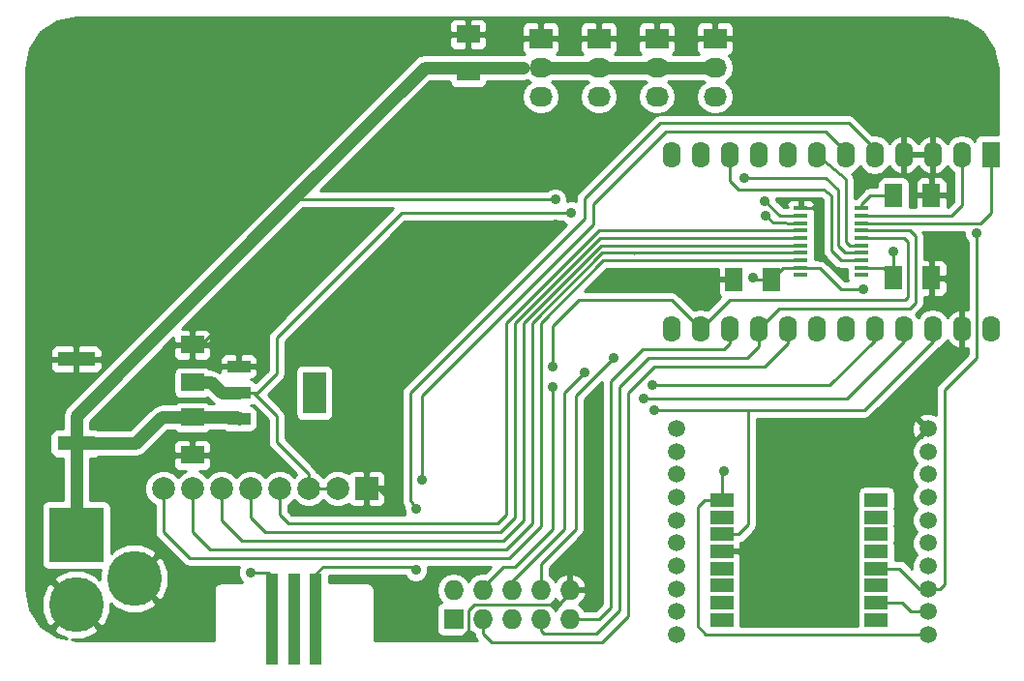
<source format=gtl>
G04 #@! TF.FileFunction,Copper,L1,Top,Signal*
%FSLAX46Y46*%
G04 Gerber Fmt 4.6, Leading zero omitted, Abs format (unit mm)*
G04 Created by KiCad (PCBNEW (2015-01-16 BZR 5376)-product) date 26/03/2015 09:41:38*
%MOMM*%
G01*
G04 APERTURE LIST*
%ADD10C,0.100000*%
%ADD11R,1.524000X2.032000*%
%ADD12R,3.302000X1.270000*%
%ADD13R,2.032000X1.524000*%
%ADD14R,1.000000X8.000000*%
%ADD15C,2.000000*%
%ADD16R,2.000000X2.000000*%
%ADD17R,1.574800X2.286000*%
%ADD18O,1.574800X2.286000*%
%ADD19R,1.727200X1.727200*%
%ADD20O,1.727200X1.727200*%
%ADD21C,4.800600*%
%ADD22R,4.800600X4.800600*%
%ADD23R,1.270000X0.406400*%
%ADD24R,2.000000X1.200000*%
%ADD25R,2.032000X3.657600*%
%ADD26R,2.032000X1.016000*%
%ADD27R,2.032000X1.727200*%
%ADD28O,2.032000X1.727200*%
%ADD29C,1.500000*%
%ADD30C,0.889000*%
%ADD31C,0.254000*%
%ADD32C,1.100000*%
G04 APERTURE END LIST*
D10*
D11*
X168529000Y-96139000D03*
X171831000Y-96139000D03*
D12*
X97028000Y-110617000D03*
X97028000Y-103251000D03*
D11*
X157861000Y-96266000D03*
X154559000Y-96266000D03*
D13*
X107188000Y-108331000D03*
X107188000Y-111633000D03*
X107188000Y-101981000D03*
X107188000Y-105283000D03*
X131318000Y-74803000D03*
X131318000Y-78105000D03*
D11*
X168529000Y-88900000D03*
X171831000Y-88900000D03*
D14*
X114173000Y-125984000D03*
X116078000Y-125984000D03*
X117983000Y-125984000D03*
D15*
X104648000Y-114554000D03*
X107188000Y-114554000D03*
X109728000Y-114554000D03*
X112268000Y-114554000D03*
X114808000Y-114554000D03*
X117348000Y-114554000D03*
X119888000Y-114554000D03*
D16*
X122428000Y-114554000D03*
D17*
X177038000Y-85344000D03*
D18*
X174498000Y-85344000D03*
X171958000Y-85344000D03*
X169418000Y-85344000D03*
X166878000Y-85344000D03*
X164338000Y-85344000D03*
X161798000Y-85344000D03*
X159258000Y-85344000D03*
X156718000Y-85344000D03*
X154178000Y-85344000D03*
X151638000Y-85344000D03*
X149098000Y-85344000D03*
X149098000Y-100584000D03*
X151638000Y-100584000D03*
X154178000Y-100584000D03*
X156718000Y-100584000D03*
X159258000Y-100584000D03*
X161798000Y-100584000D03*
X164338000Y-100584000D03*
X166878000Y-100584000D03*
X169418000Y-100584000D03*
X171958000Y-100584000D03*
X174498000Y-100584000D03*
X177038000Y-100584000D03*
D19*
X130048000Y-125984000D03*
D20*
X130048000Y-123444000D03*
X132588000Y-125984000D03*
X132588000Y-123444000D03*
X135128000Y-125984000D03*
X135128000Y-123444000D03*
X137668000Y-125984000D03*
X137668000Y-123444000D03*
X140208000Y-125984000D03*
X140208000Y-123444000D03*
D21*
X97028000Y-124714000D03*
D22*
X97028000Y-118618000D03*
D21*
X102108000Y-122428000D03*
D23*
X165735000Y-95885000D03*
X165735000Y-95250000D03*
X165735000Y-94589600D03*
X165735000Y-93929200D03*
X165735000Y-93294200D03*
X165735000Y-92633800D03*
X165735000Y-91973400D03*
X165735000Y-91338400D03*
X165735000Y-90678000D03*
X165735000Y-90043000D03*
X160401000Y-90043000D03*
X160401000Y-90678000D03*
X160401000Y-91338400D03*
X160401000Y-91973400D03*
X160401000Y-92633800D03*
X160401000Y-93294200D03*
X160401000Y-93929200D03*
X160401000Y-94589600D03*
X160401000Y-95250000D03*
X160401000Y-95885000D03*
D24*
X167028000Y-126054000D03*
X167028000Y-124554000D03*
X167028000Y-123054000D03*
X167028000Y-121554000D03*
X167028000Y-120054000D03*
X167028000Y-118554000D03*
X167028000Y-117054000D03*
X167028000Y-115554000D03*
X153528000Y-115554000D03*
X153528000Y-117054000D03*
X153528000Y-118554000D03*
X153528000Y-120054000D03*
X153528000Y-121554000D03*
X153528000Y-123054000D03*
X153528000Y-124554000D03*
X153528000Y-126054000D03*
D25*
X117856000Y-106172000D03*
D26*
X111252000Y-106172000D03*
X111252000Y-108458000D03*
X111252000Y-103886000D03*
D27*
X142748000Y-75184000D03*
D28*
X142748000Y-77724000D03*
X142748000Y-80264000D03*
D27*
X147828000Y-75184000D03*
D28*
X147828000Y-77724000D03*
X147828000Y-80264000D03*
D27*
X152908000Y-75184000D03*
D28*
X152908000Y-77724000D03*
X152908000Y-80264000D03*
D27*
X137668000Y-75184000D03*
D28*
X137668000Y-77724000D03*
X137668000Y-80264000D03*
D29*
X171528000Y-127324000D03*
X171528000Y-125324000D03*
X171528000Y-123324000D03*
X171528000Y-121324000D03*
X171528000Y-119324000D03*
X171528000Y-117324000D03*
X171528000Y-115324000D03*
X171528000Y-113324000D03*
X171528000Y-111324000D03*
X171528000Y-109324000D03*
X149528000Y-109324000D03*
X149528000Y-111324000D03*
X149528000Y-113324000D03*
X149528000Y-115324000D03*
X149528000Y-117324000D03*
X149528000Y-119324000D03*
X149528000Y-121324000D03*
X149528000Y-123324000D03*
X149528000Y-125324000D03*
X149528000Y-127324000D03*
D30*
X146685000Y-106680000D03*
X168529000Y-93853000D03*
X109728000Y-100203000D03*
X104140000Y-112014000D03*
X162179000Y-94361000D03*
X121539000Y-110744000D03*
X141478000Y-120650000D03*
X126238000Y-124587000D03*
X125476000Y-116586000D03*
X143764000Y-96266000D03*
X138938000Y-91440000D03*
X138938000Y-89281000D03*
X112268000Y-121920000D03*
X156210000Y-96139000D03*
X140335000Y-90424000D03*
X153670000Y-113030000D03*
X165862000Y-97155000D03*
X126746000Y-121666000D03*
X126746000Y-116332000D03*
X127254000Y-113792000D03*
X155448000Y-87376000D03*
X138684000Y-103886000D03*
X144018000Y-103124000D03*
X141478000Y-104394000D03*
X147447000Y-105537000D03*
X138684000Y-105664000D03*
X147574000Y-107696000D03*
X157226000Y-89408000D03*
X175768000Y-92202000D03*
X157353000Y-90678000D03*
D31*
X169418000Y-100584000D02*
X169418000Y-101727000D01*
X164465000Y-106680000D02*
X146685000Y-106680000D01*
X169418000Y-101727000D02*
X164465000Y-106680000D01*
X168529000Y-96139000D02*
X168529000Y-93853000D01*
X165735000Y-95250000D02*
X167640000Y-95250000D01*
X167640000Y-95250000D02*
X168529000Y-96139000D01*
X171831000Y-96139000D02*
X172847000Y-96139000D01*
X174498000Y-97790000D02*
X174498000Y-100584000D01*
X172847000Y-96139000D02*
X174498000Y-97790000D01*
X171831000Y-88900000D02*
X171831000Y-85471000D01*
X171831000Y-85471000D02*
X171958000Y-85344000D01*
X171831000Y-88900000D02*
X172212000Y-88900000D01*
X107188000Y-101981000D02*
X107950000Y-101981000D01*
X107950000Y-101981000D02*
X109728000Y-100203000D01*
X107188000Y-111633000D02*
X104521000Y-111633000D01*
X104521000Y-111633000D02*
X104140000Y-112014000D01*
X160401000Y-90043000D02*
X161925000Y-90043000D01*
X162179000Y-90297000D02*
X162179000Y-94361000D01*
X161925000Y-90043000D02*
X162179000Y-90297000D01*
X122428000Y-114554000D02*
X122428000Y-111633000D01*
X122428000Y-111633000D02*
X121539000Y-110744000D01*
X140208000Y-123444000D02*
X140208000Y-121920000D01*
X140208000Y-121920000D02*
X141478000Y-120650000D01*
X139192000Y-124714000D02*
X131826000Y-124714000D01*
X131826000Y-124714000D02*
X131318000Y-125222000D01*
X131318000Y-125222000D02*
X131318000Y-127000000D01*
X131318000Y-127000000D02*
X130556000Y-127762000D01*
X130556000Y-127762000D02*
X127000000Y-127762000D01*
X127000000Y-127762000D02*
X126238000Y-127000000D01*
X126238000Y-127000000D02*
X126238000Y-124587000D01*
X140208000Y-123698000D02*
X139192000Y-124714000D01*
X140208000Y-123444000D02*
X140208000Y-123698000D01*
X125476000Y-116586000D02*
X123444000Y-114554000D01*
X123444000Y-114554000D02*
X122428000Y-114554000D01*
X138938000Y-91440000D02*
X125984000Y-91440000D01*
X125984000Y-91440000D02*
X122428000Y-94996000D01*
X122428000Y-94996000D02*
X122428000Y-111633000D01*
X154559000Y-96266000D02*
X143764000Y-96266000D01*
X137668000Y-77724000D02*
X131699000Y-77724000D01*
X131699000Y-77724000D02*
X131318000Y-78105000D01*
X137668000Y-77724000D02*
X136144000Y-77724000D01*
X138938000Y-89281000D02*
X115951000Y-89281000D01*
D32*
X107188000Y-108331000D02*
X111125000Y-108331000D01*
X111125000Y-108331000D02*
X111252000Y-108458000D01*
X97028000Y-110617000D02*
X102235000Y-110617000D01*
X104521000Y-108331000D02*
X107188000Y-108331000D01*
X102235000Y-110617000D02*
X104521000Y-108331000D01*
X147828000Y-77724000D02*
X152908000Y-77724000D01*
X142748000Y-77724000D02*
X147828000Y-77724000D01*
X137668000Y-77724000D02*
X142748000Y-77724000D01*
X97028000Y-108204000D02*
X115951000Y-89281000D01*
X115951000Y-89281000D02*
X127508000Y-77724000D01*
X127508000Y-77724000D02*
X136144000Y-77724000D01*
D31*
X97028000Y-110617000D02*
X98425000Y-110617000D01*
D32*
X97028000Y-110617000D02*
X97028000Y-108204000D01*
X97028000Y-118618000D02*
X97028000Y-110617000D01*
D31*
X112268000Y-121920000D02*
X113792000Y-121920000D01*
X113792000Y-121920000D02*
X114173000Y-122301000D01*
X114173000Y-122301000D02*
X114173000Y-125984000D01*
X111252000Y-106172000D02*
X112903000Y-106172000D01*
X156337000Y-96266000D02*
X157861000Y-96266000D01*
X156210000Y-96139000D02*
X156337000Y-96266000D01*
X125476000Y-90424000D02*
X140335000Y-90424000D01*
X114554000Y-101346000D02*
X125476000Y-90424000D01*
X114554000Y-104521000D02*
X114554000Y-101346000D01*
X112903000Y-106172000D02*
X114554000Y-104521000D01*
X160401000Y-95250000D02*
X162052000Y-95250000D01*
X153528000Y-113172000D02*
X153528000Y-115554000D01*
X153670000Y-113030000D02*
X153528000Y-113172000D01*
X163957000Y-97155000D02*
X165862000Y-97155000D01*
X162052000Y-95250000D02*
X163957000Y-97155000D01*
X161925000Y-127324000D02*
X152089000Y-127324000D01*
X152089000Y-127324000D02*
X151384000Y-126619000D01*
X151384000Y-126619000D02*
X151384000Y-116205000D01*
X151384000Y-116205000D02*
X152035000Y-115554000D01*
X152035000Y-115554000D02*
X153528000Y-115554000D01*
X160401000Y-95250000D02*
X158877000Y-95250000D01*
X158877000Y-95250000D02*
X157861000Y-96266000D01*
X111252000Y-106172000D02*
X112522000Y-106172000D01*
X117348000Y-113284000D02*
X117348000Y-114554000D01*
X114554000Y-110490000D02*
X117348000Y-113284000D01*
X114554000Y-108204000D02*
X114554000Y-110490000D01*
X112522000Y-106172000D02*
X114554000Y-108204000D01*
D32*
X107188000Y-105283000D02*
X108839000Y-105283000D01*
X109728000Y-106172000D02*
X111252000Y-106172000D01*
X108839000Y-105283000D02*
X109728000Y-106172000D01*
D31*
X114173000Y-123825000D02*
X114173000Y-125984000D01*
X117348000Y-114554000D02*
X119888000Y-114554000D01*
X171528000Y-127324000D02*
X161925000Y-127324000D01*
X161925000Y-127324000D02*
X161868000Y-127324000D01*
X165735000Y-90043000D02*
X165735000Y-89662000D01*
X166497000Y-88900000D02*
X168529000Y-88900000D01*
X165735000Y-89662000D02*
X166497000Y-88900000D01*
X133096000Y-99314000D02*
X126238000Y-106172000D01*
X141478000Y-90932000D02*
X133096000Y-99314000D01*
X141478000Y-89154000D02*
X141478000Y-90932000D01*
X148082000Y-82550000D02*
X141478000Y-89154000D01*
X164592000Y-82550000D02*
X148082000Y-82550000D01*
X166878000Y-84836000D02*
X164592000Y-82550000D01*
X118618000Y-121412000D02*
X117983000Y-122047000D01*
X126492000Y-121412000D02*
X118618000Y-121412000D01*
X126746000Y-121666000D02*
X126492000Y-121412000D01*
X126238000Y-115570000D02*
X126746000Y-116332000D01*
X126238000Y-106172000D02*
X126238000Y-115570000D01*
X117983000Y-122047000D02*
X117983000Y-125984000D01*
X166878000Y-85344000D02*
X166878000Y-84836000D01*
X142240000Y-91186000D02*
X142240000Y-91440000D01*
X127254000Y-113792000D02*
X127254000Y-106426000D01*
X164338000Y-85090000D02*
X162560000Y-83312000D01*
X162560000Y-83312000D02*
X148590000Y-83312000D01*
X148590000Y-83312000D02*
X142240000Y-89662000D01*
X142240000Y-89662000D02*
X142240000Y-91186000D01*
X142240000Y-91440000D02*
X127254000Y-106426000D01*
X164338000Y-85344000D02*
X164338000Y-85090000D01*
X145948400Y-94589600D02*
X143154400Y-94589600D01*
X146050000Y-94589600D02*
X145948400Y-94589600D01*
X160401000Y-94589600D02*
X146050000Y-94589600D01*
X104648000Y-118364000D02*
X104648000Y-114554000D01*
X106934000Y-120650000D02*
X104648000Y-118364000D01*
X134874000Y-120650000D02*
X106934000Y-120650000D01*
X137668000Y-117856000D02*
X134874000Y-120650000D01*
X137668000Y-100076000D02*
X137668000Y-117856000D01*
X143154400Y-94589600D02*
X137668000Y-100076000D01*
X145846800Y-93929200D02*
X143052800Y-93929200D01*
X107188000Y-118364000D02*
X107188000Y-114554000D01*
X108712000Y-119888000D02*
X107188000Y-118364000D01*
X134620000Y-119888000D02*
X108712000Y-119888000D01*
X136906000Y-117602000D02*
X134620000Y-119888000D01*
X136906000Y-100076000D02*
X136906000Y-117602000D01*
X143052800Y-93929200D02*
X136906000Y-100076000D01*
X160401000Y-93929200D02*
X145846800Y-93929200D01*
X145846800Y-93929200D02*
X145796000Y-93980000D01*
X160401000Y-93294200D02*
X142925800Y-93294200D01*
X109728000Y-117348000D02*
X109728000Y-114554000D01*
X111506000Y-119126000D02*
X109728000Y-117348000D01*
X134366000Y-119126000D02*
X111506000Y-119126000D01*
X136144000Y-117348000D02*
X134366000Y-119126000D01*
X136144000Y-100076000D02*
X136144000Y-117348000D01*
X142925800Y-93294200D02*
X136144000Y-100076000D01*
X146888200Y-92633800D02*
X142824200Y-92633800D01*
X160401000Y-92633800D02*
X146888200Y-92633800D01*
X112268000Y-117094000D02*
X112268000Y-114554000D01*
X113538000Y-118364000D02*
X112268000Y-117094000D01*
X134112000Y-118364000D02*
X113538000Y-118364000D01*
X135382000Y-117094000D02*
X134112000Y-118364000D01*
X135382000Y-100076000D02*
X135382000Y-117094000D01*
X142824200Y-92633800D02*
X135382000Y-100076000D01*
X146812000Y-91948000D02*
X142748000Y-91948000D01*
X146837400Y-91973400D02*
X146812000Y-91948000D01*
X160401000Y-91973400D02*
X146837400Y-91973400D01*
X142748000Y-91948000D02*
X134620000Y-100076000D01*
X114808000Y-116840000D02*
X114808000Y-114554000D01*
X115570000Y-117602000D02*
X114808000Y-116840000D01*
X133858000Y-117602000D02*
X115570000Y-117602000D01*
X134620000Y-116840000D02*
X133858000Y-117602000D01*
X134620000Y-100076000D02*
X134620000Y-116840000D01*
X165735000Y-91338400D02*
X176123600Y-91338400D01*
X177038000Y-90424000D02*
X177038000Y-85344000D01*
X176123600Y-91338400D02*
X177038000Y-90424000D01*
X174498000Y-85344000D02*
X174498000Y-89789000D01*
X173609000Y-90678000D02*
X165735000Y-90678000D01*
X174498000Y-89789000D02*
X173609000Y-90678000D01*
X165735000Y-93294200D02*
X164668200Y-93294200D01*
X164338000Y-87503000D02*
X161798000Y-85344000D01*
X164338000Y-89281000D02*
X164338000Y-87503000D01*
X164338000Y-92964000D02*
X164338000Y-89281000D01*
X164668200Y-93294200D02*
X164338000Y-92964000D01*
X147828000Y-80264000D02*
X147828000Y-80899000D01*
X165735000Y-94589600D02*
X163931600Y-94589600D01*
X154178000Y-87630000D02*
X154178000Y-85344000D01*
X154940000Y-88392000D02*
X154178000Y-87630000D01*
X162433000Y-88392000D02*
X154940000Y-88392000D01*
X163068000Y-88900000D02*
X162433000Y-88392000D01*
X163068000Y-93726000D02*
X163068000Y-88900000D01*
X163931600Y-94589600D02*
X163068000Y-93726000D01*
X165735000Y-93929200D02*
X164287200Y-93929200D01*
X162560000Y-87376000D02*
X155448000Y-87376000D01*
X163703000Y-88392000D02*
X162560000Y-87376000D01*
X163703000Y-93345000D02*
X163703000Y-88392000D01*
X164287200Y-93929200D02*
X163703000Y-93345000D01*
X149098000Y-98044000D02*
X140970000Y-98044000D01*
X140970000Y-98044000D02*
X138684000Y-100330000D01*
X138684000Y-100330000D02*
X138684000Y-103886000D01*
X151638000Y-100584000D02*
X149098000Y-98044000D01*
X166116000Y-98044000D02*
X169545000Y-98044000D01*
X166116000Y-98044000D02*
X154178000Y-98044000D01*
X151638000Y-100584000D02*
X154178000Y-98044000D01*
X167309800Y-92633800D02*
X165735000Y-92633800D01*
X169468800Y-92633800D02*
X167309800Y-92633800D01*
X169799000Y-92964000D02*
X169468800Y-92633800D01*
X169799000Y-97790000D02*
X169799000Y-92964000D01*
X169545000Y-98044000D02*
X169799000Y-97790000D01*
X154178000Y-100584000D02*
X154178000Y-101854000D01*
X142748000Y-125984000D02*
X140208000Y-125984000D01*
X143764000Y-124968000D02*
X142748000Y-125984000D01*
X143764000Y-105156000D02*
X143764000Y-124968000D01*
X146558000Y-102362000D02*
X143764000Y-105156000D01*
X153670000Y-102362000D02*
X146558000Y-102362000D01*
X154178000Y-101854000D02*
X153670000Y-102362000D01*
X165735000Y-91973400D02*
X169951400Y-91973400D01*
X166370000Y-98806000D02*
X158496000Y-98806000D01*
X158496000Y-98806000D02*
X156718000Y-100584000D01*
X169926000Y-98806000D02*
X166370000Y-98806000D01*
X170434000Y-98298000D02*
X169926000Y-98806000D01*
X170434000Y-92456000D02*
X170434000Y-98298000D01*
X169951400Y-91973400D02*
X170434000Y-92456000D01*
X156718000Y-100584000D02*
X156718000Y-102108000D01*
X137668000Y-127000000D02*
X137668000Y-125984000D01*
X137922000Y-127254000D02*
X137668000Y-127000000D01*
X142494000Y-127254000D02*
X137922000Y-127254000D01*
X144526000Y-125222000D02*
X142494000Y-127254000D01*
X144526000Y-105664000D02*
X144526000Y-125222000D01*
X147066000Y-103124000D02*
X144526000Y-105664000D01*
X155702000Y-103124000D02*
X147066000Y-103124000D01*
X156718000Y-102108000D02*
X155702000Y-103124000D01*
X159258000Y-100584000D02*
X159258000Y-101854000D01*
X132588000Y-127254000D02*
X132588000Y-125984000D01*
X133350000Y-128016000D02*
X132588000Y-127254000D01*
X143002000Y-128016000D02*
X133350000Y-128016000D01*
X145288000Y-125730000D02*
X143002000Y-128016000D01*
X145288000Y-106172000D02*
X145288000Y-125730000D01*
X147574000Y-103886000D02*
X145288000Y-106172000D01*
X157226000Y-103886000D02*
X147574000Y-103886000D01*
X159258000Y-101854000D02*
X157226000Y-103886000D01*
X140716000Y-118110000D02*
X140716000Y-106426000D01*
X140716000Y-106426000D02*
X144018000Y-103124000D01*
X137668000Y-123444000D02*
X137668000Y-121158000D01*
X137668000Y-121158000D02*
X140716000Y-118110000D01*
X137668000Y-123444000D02*
X137922000Y-123444000D01*
X141478000Y-104394000D02*
X139700000Y-106172000D01*
X139700000Y-106172000D02*
X139700000Y-118110000D01*
X135128000Y-123444000D02*
X135128000Y-122682000D01*
X135128000Y-122682000D02*
X139700000Y-118110000D01*
X166878000Y-100584000D02*
X166878000Y-101600000D01*
X166878000Y-101600000D02*
X162941000Y-105537000D01*
X162941000Y-105537000D02*
X147447000Y-105537000D01*
X135382000Y-121412000D02*
X138684000Y-118110000D01*
X134366000Y-121412000D02*
X135382000Y-121412000D01*
X134366000Y-121412000D02*
X132588000Y-123190000D01*
X138684000Y-105664000D02*
X138684000Y-118110000D01*
X132588000Y-123444000D02*
X132588000Y-123190000D01*
X153528000Y-118554000D02*
X155004000Y-118554000D01*
X155829000Y-117729000D02*
X155829000Y-107696000D01*
X155004000Y-118554000D02*
X155829000Y-117729000D01*
X171958000Y-100584000D02*
X171958000Y-101727000D01*
X165989000Y-107696000D02*
X155829000Y-107696000D01*
X155829000Y-107696000D02*
X147574000Y-107696000D01*
X171958000Y-101727000D02*
X165989000Y-107696000D01*
X158623000Y-90678000D02*
X157226000Y-89408000D01*
X160401000Y-90678000D02*
X158623000Y-90678000D01*
X172586000Y-123324000D02*
X171528000Y-123324000D01*
X172974000Y-122936000D02*
X172586000Y-123324000D01*
X172974000Y-105918000D02*
X172974000Y-122936000D01*
X175768000Y-103124000D02*
X172974000Y-105918000D01*
X175768000Y-92202000D02*
X175768000Y-103124000D01*
X171528000Y-123324000D02*
X170822000Y-123324000D01*
X170822000Y-123324000D02*
X169052000Y-121554000D01*
X169052000Y-121554000D02*
X167028000Y-121554000D01*
X157988000Y-91313000D02*
X157353000Y-90678000D01*
X160401000Y-91338400D02*
X157988000Y-91313000D01*
X171528000Y-125324000D02*
X170028000Y-125324000D01*
X169258000Y-124554000D02*
X167028000Y-124554000D01*
X170028000Y-125324000D02*
X169258000Y-124554000D01*
G36*
X124779369Y-90043000D02*
X114015185Y-100807185D01*
X113850004Y-101054395D01*
X113792000Y-101346000D01*
X113792000Y-104205369D01*
X112752311Y-105245058D01*
X112728673Y-105209073D01*
X112517640Y-105066623D01*
X112330032Y-105029000D01*
X112394310Y-105029000D01*
X112627699Y-104932327D01*
X112806327Y-104753698D01*
X112903000Y-104520309D01*
X112903000Y-104171750D01*
X112903000Y-103600250D01*
X112903000Y-103251691D01*
X112806327Y-103018302D01*
X112627699Y-102839673D01*
X112394310Y-102743000D01*
X112141691Y-102743000D01*
X111537750Y-102743000D01*
X111379000Y-102901750D01*
X111379000Y-103759000D01*
X112744250Y-103759000D01*
X112903000Y-103600250D01*
X112903000Y-104171750D01*
X112744250Y-104013000D01*
X111379000Y-104013000D01*
X111379000Y-104033000D01*
X111125000Y-104033000D01*
X111125000Y-104013000D01*
X111125000Y-103759000D01*
X111125000Y-102901750D01*
X110966250Y-102743000D01*
X110362309Y-102743000D01*
X110109690Y-102743000D01*
X109876301Y-102839673D01*
X109697673Y-103018302D01*
X109601000Y-103251691D01*
X109601000Y-103600250D01*
X109759750Y-103759000D01*
X111125000Y-103759000D01*
X111125000Y-104013000D01*
X109759750Y-104013000D01*
X109601000Y-104171750D01*
X109601000Y-104394348D01*
X109292480Y-104188203D01*
X108839000Y-104097999D01*
X108839000Y-102869309D01*
X108839000Y-102266750D01*
X108839000Y-101695250D01*
X108839000Y-101092691D01*
X108742327Y-100859302D01*
X108563699Y-100680673D01*
X108330310Y-100584000D01*
X108077691Y-100584000D01*
X107473750Y-100584000D01*
X107315000Y-100742750D01*
X107315000Y-101854000D01*
X108680250Y-101854000D01*
X108839000Y-101695250D01*
X108839000Y-102266750D01*
X108680250Y-102108000D01*
X107315000Y-102108000D01*
X107315000Y-103219250D01*
X107473750Y-103378000D01*
X108077691Y-103378000D01*
X108330310Y-103378000D01*
X108563699Y-103281327D01*
X108742327Y-103102698D01*
X108839000Y-102869309D01*
X108839000Y-104097999D01*
X108838994Y-104098000D01*
X108685645Y-104098000D01*
X108664673Y-104066073D01*
X108453640Y-103923623D01*
X108204000Y-103873560D01*
X107061000Y-103873560D01*
X107061000Y-103219250D01*
X107061000Y-102108000D01*
X105695750Y-102108000D01*
X105537000Y-102266750D01*
X105537000Y-102869309D01*
X105633673Y-103102698D01*
X105812301Y-103281327D01*
X106045690Y-103378000D01*
X106298309Y-103378000D01*
X106902250Y-103378000D01*
X107061000Y-103219250D01*
X107061000Y-103873560D01*
X106172000Y-103873560D01*
X105929877Y-103920537D01*
X105717073Y-104060327D01*
X105574623Y-104271360D01*
X105524560Y-104521000D01*
X105524560Y-106045000D01*
X105571537Y-106287123D01*
X105711327Y-106499927D01*
X105922360Y-106642377D01*
X106172000Y-106692440D01*
X108204000Y-106692440D01*
X108446123Y-106645463D01*
X108494102Y-106613945D01*
X108890075Y-107009918D01*
X108890078Y-107009922D01*
X108890079Y-107009922D01*
X109093733Y-107146000D01*
X108685645Y-107146000D01*
X108664673Y-107114073D01*
X108453640Y-106971623D01*
X108204000Y-106921560D01*
X106172000Y-106921560D01*
X105929877Y-106968537D01*
X105717073Y-107108327D01*
X105691643Y-107146000D01*
X104521005Y-107146000D01*
X104521000Y-107145999D01*
X104067520Y-107236203D01*
X103683078Y-107493078D01*
X103683075Y-107493081D01*
X101744156Y-109432000D01*
X98998826Y-109432000D01*
X98928640Y-109384623D01*
X98679000Y-109334560D01*
X98213000Y-109334560D01*
X98213000Y-108694843D01*
X105537000Y-101370843D01*
X105537000Y-101695250D01*
X105695750Y-101854000D01*
X107061000Y-101854000D01*
X107061000Y-100742750D01*
X106902250Y-100584000D01*
X106323843Y-100584000D01*
X116788918Y-90118924D01*
X116788921Y-90118922D01*
X116788922Y-90118922D01*
X116864843Y-90043000D01*
X124779369Y-90043000D01*
X124779369Y-90043000D01*
G37*
X124779369Y-90043000D02*
X114015185Y-100807185D01*
X113850004Y-101054395D01*
X113792000Y-101346000D01*
X113792000Y-104205369D01*
X112752311Y-105245058D01*
X112728673Y-105209073D01*
X112517640Y-105066623D01*
X112330032Y-105029000D01*
X112394310Y-105029000D01*
X112627699Y-104932327D01*
X112806327Y-104753698D01*
X112903000Y-104520309D01*
X112903000Y-104171750D01*
X112903000Y-103600250D01*
X112903000Y-103251691D01*
X112806327Y-103018302D01*
X112627699Y-102839673D01*
X112394310Y-102743000D01*
X112141691Y-102743000D01*
X111537750Y-102743000D01*
X111379000Y-102901750D01*
X111379000Y-103759000D01*
X112744250Y-103759000D01*
X112903000Y-103600250D01*
X112903000Y-104171750D01*
X112744250Y-104013000D01*
X111379000Y-104013000D01*
X111379000Y-104033000D01*
X111125000Y-104033000D01*
X111125000Y-104013000D01*
X111125000Y-103759000D01*
X111125000Y-102901750D01*
X110966250Y-102743000D01*
X110362309Y-102743000D01*
X110109690Y-102743000D01*
X109876301Y-102839673D01*
X109697673Y-103018302D01*
X109601000Y-103251691D01*
X109601000Y-103600250D01*
X109759750Y-103759000D01*
X111125000Y-103759000D01*
X111125000Y-104013000D01*
X109759750Y-104013000D01*
X109601000Y-104171750D01*
X109601000Y-104394348D01*
X109292480Y-104188203D01*
X108839000Y-104097999D01*
X108839000Y-102869309D01*
X108839000Y-102266750D01*
X108839000Y-101695250D01*
X108839000Y-101092691D01*
X108742327Y-100859302D01*
X108563699Y-100680673D01*
X108330310Y-100584000D01*
X108077691Y-100584000D01*
X107473750Y-100584000D01*
X107315000Y-100742750D01*
X107315000Y-101854000D01*
X108680250Y-101854000D01*
X108839000Y-101695250D01*
X108839000Y-102266750D01*
X108680250Y-102108000D01*
X107315000Y-102108000D01*
X107315000Y-103219250D01*
X107473750Y-103378000D01*
X108077691Y-103378000D01*
X108330310Y-103378000D01*
X108563699Y-103281327D01*
X108742327Y-103102698D01*
X108839000Y-102869309D01*
X108839000Y-104097999D01*
X108838994Y-104098000D01*
X108685645Y-104098000D01*
X108664673Y-104066073D01*
X108453640Y-103923623D01*
X108204000Y-103873560D01*
X107061000Y-103873560D01*
X107061000Y-103219250D01*
X107061000Y-102108000D01*
X105695750Y-102108000D01*
X105537000Y-102266750D01*
X105537000Y-102869309D01*
X105633673Y-103102698D01*
X105812301Y-103281327D01*
X106045690Y-103378000D01*
X106298309Y-103378000D01*
X106902250Y-103378000D01*
X107061000Y-103219250D01*
X107061000Y-103873560D01*
X106172000Y-103873560D01*
X105929877Y-103920537D01*
X105717073Y-104060327D01*
X105574623Y-104271360D01*
X105524560Y-104521000D01*
X105524560Y-106045000D01*
X105571537Y-106287123D01*
X105711327Y-106499927D01*
X105922360Y-106642377D01*
X106172000Y-106692440D01*
X108204000Y-106692440D01*
X108446123Y-106645463D01*
X108494102Y-106613945D01*
X108890075Y-107009918D01*
X108890078Y-107009922D01*
X108890079Y-107009922D01*
X109093733Y-107146000D01*
X108685645Y-107146000D01*
X108664673Y-107114073D01*
X108453640Y-106971623D01*
X108204000Y-106921560D01*
X106172000Y-106921560D01*
X105929877Y-106968537D01*
X105717073Y-107108327D01*
X105691643Y-107146000D01*
X104521005Y-107146000D01*
X104521000Y-107145999D01*
X104067520Y-107236203D01*
X103683078Y-107493078D01*
X103683075Y-107493081D01*
X101744156Y-109432000D01*
X98998826Y-109432000D01*
X98928640Y-109384623D01*
X98679000Y-109334560D01*
X98213000Y-109334560D01*
X98213000Y-108694843D01*
X105537000Y-101370843D01*
X105537000Y-101695250D01*
X105695750Y-101854000D01*
X107061000Y-101854000D01*
X107061000Y-100742750D01*
X106902250Y-100584000D01*
X106323843Y-100584000D01*
X116788918Y-90118924D01*
X116788921Y-90118922D01*
X116788922Y-90118922D01*
X116864843Y-90043000D01*
X124779369Y-90043000D01*
G36*
X133288369Y-121412000D02*
X132751755Y-121948613D01*
X132588000Y-121916041D01*
X132014511Y-122030115D01*
X131528330Y-122354971D01*
X131318000Y-122669751D01*
X131107670Y-122354971D01*
X130621489Y-122030115D01*
X130048000Y-121916041D01*
X129474511Y-122030115D01*
X128988330Y-122354971D01*
X128663474Y-122841152D01*
X128549400Y-123414641D01*
X128549400Y-123473359D01*
X128663474Y-124046848D01*
X128975300Y-124513529D01*
X128942277Y-124519937D01*
X128729473Y-124659727D01*
X128587023Y-124870760D01*
X128536960Y-125120400D01*
X128536960Y-126847600D01*
X128583937Y-127089723D01*
X128723727Y-127302527D01*
X128934760Y-127444977D01*
X129184400Y-127495040D01*
X130911600Y-127495040D01*
X131153723Y-127448063D01*
X131366527Y-127308273D01*
X131508977Y-127097240D01*
X131517179Y-127056340D01*
X131528330Y-127073029D01*
X131830112Y-127274673D01*
X131884004Y-127545605D01*
X132049185Y-127792815D01*
X132095369Y-127839000D01*
X123113000Y-127839000D01*
X123113000Y-124714000D01*
X123113000Y-123444000D01*
X123060857Y-123181862D01*
X122912368Y-122959632D01*
X122690138Y-122811143D01*
X122428000Y-122759000D01*
X119130440Y-122759000D01*
X119130440Y-122174000D01*
X125787880Y-122174000D01*
X125830311Y-122276689D01*
X126133714Y-122580622D01*
X126530332Y-122745313D01*
X126959784Y-122745687D01*
X127356689Y-122581689D01*
X127660622Y-122278286D01*
X127825313Y-121881668D01*
X127825687Y-121452216D01*
X127809070Y-121412000D01*
X133288369Y-121412000D01*
X133288369Y-121412000D01*
G37*
X133288369Y-121412000D02*
X132751755Y-121948613D01*
X132588000Y-121916041D01*
X132014511Y-122030115D01*
X131528330Y-122354971D01*
X131318000Y-122669751D01*
X131107670Y-122354971D01*
X130621489Y-122030115D01*
X130048000Y-121916041D01*
X129474511Y-122030115D01*
X128988330Y-122354971D01*
X128663474Y-122841152D01*
X128549400Y-123414641D01*
X128549400Y-123473359D01*
X128663474Y-124046848D01*
X128975300Y-124513529D01*
X128942277Y-124519937D01*
X128729473Y-124659727D01*
X128587023Y-124870760D01*
X128536960Y-125120400D01*
X128536960Y-126847600D01*
X128583937Y-127089723D01*
X128723727Y-127302527D01*
X128934760Y-127444977D01*
X129184400Y-127495040D01*
X130911600Y-127495040D01*
X131153723Y-127448063D01*
X131366527Y-127308273D01*
X131508977Y-127097240D01*
X131517179Y-127056340D01*
X131528330Y-127073029D01*
X131830112Y-127274673D01*
X131884004Y-127545605D01*
X132049185Y-127792815D01*
X132095369Y-127839000D01*
X123113000Y-127839000D01*
X123113000Y-124714000D01*
X123113000Y-123444000D01*
X123060857Y-123181862D01*
X122912368Y-122959632D01*
X122690138Y-122811143D01*
X122428000Y-122759000D01*
X119130440Y-122759000D01*
X119130440Y-122174000D01*
X125787880Y-122174000D01*
X125830311Y-122276689D01*
X126133714Y-122580622D01*
X126530332Y-122745313D01*
X126959784Y-122745687D01*
X127356689Y-122581689D01*
X127660622Y-122278286D01*
X127825313Y-121881668D01*
X127825687Y-121452216D01*
X127809070Y-121412000D01*
X133288369Y-121412000D01*
G36*
X139419160Y-124714007D02*
X139148330Y-124894971D01*
X138938000Y-125209751D01*
X138727670Y-124894971D01*
X138456827Y-124714000D01*
X138727670Y-124533029D01*
X138943663Y-124209771D01*
X139001179Y-124332490D01*
X139419160Y-124714007D01*
X139419160Y-124714007D01*
G37*
X139419160Y-124714007D02*
X139148330Y-124894971D01*
X138938000Y-125209751D01*
X138727670Y-124894971D01*
X138456827Y-124714000D01*
X138727670Y-124533029D01*
X138943663Y-124209771D01*
X139001179Y-124332490D01*
X139419160Y-124714007D01*
G36*
X139914225Y-91418144D02*
X132557188Y-98775181D01*
X132557185Y-98775184D01*
X125699185Y-105633185D01*
X125534004Y-105880395D01*
X125476000Y-106172000D01*
X125476000Y-115570000D01*
X125490565Y-115643223D01*
X125490487Y-115717877D01*
X125519285Y-115787608D01*
X125534004Y-115861605D01*
X125575480Y-115923678D01*
X125603978Y-115992682D01*
X125674257Y-116098100D01*
X125666687Y-116116332D01*
X125666313Y-116545784D01*
X125787880Y-116840000D01*
X124063000Y-116840000D01*
X124063000Y-115680310D01*
X124063000Y-115427691D01*
X124063000Y-114839750D01*
X124063000Y-114268250D01*
X124063000Y-113680309D01*
X124063000Y-113427690D01*
X123966327Y-113194301D01*
X123787698Y-113015673D01*
X123554309Y-112919000D01*
X122713750Y-112919000D01*
X122555000Y-113077750D01*
X122555000Y-114427000D01*
X123904250Y-114427000D01*
X124063000Y-114268250D01*
X124063000Y-114839750D01*
X123904250Y-114681000D01*
X122555000Y-114681000D01*
X122555000Y-116030250D01*
X122713750Y-116189000D01*
X123554309Y-116189000D01*
X123787698Y-116092327D01*
X123966327Y-115913699D01*
X124063000Y-115680310D01*
X124063000Y-116840000D01*
X115885630Y-116840000D01*
X115570000Y-116524369D01*
X115570000Y-116008220D01*
X115732943Y-115940894D01*
X116078199Y-115596240D01*
X116420637Y-115939278D01*
X117021352Y-116188716D01*
X117671795Y-116189284D01*
X118272943Y-115940894D01*
X118618199Y-115596240D01*
X118960637Y-115939278D01*
X119561352Y-116188716D01*
X120211795Y-116189284D01*
X120812943Y-115940894D01*
X120875196Y-115878749D01*
X120889673Y-115913699D01*
X121068302Y-116092327D01*
X121301691Y-116189000D01*
X122142250Y-116189000D01*
X122301000Y-116030250D01*
X122301000Y-114681000D01*
X122281000Y-114681000D01*
X122281000Y-114427000D01*
X122301000Y-114427000D01*
X122301000Y-113077750D01*
X122142250Y-112919000D01*
X121301691Y-112919000D01*
X121068302Y-113015673D01*
X120889673Y-113194301D01*
X120875369Y-113228833D01*
X120815363Y-113168722D01*
X120214648Y-112919284D01*
X119564205Y-112918716D01*
X119519440Y-112937212D01*
X119519440Y-108000800D01*
X119519440Y-104343200D01*
X119472463Y-104101077D01*
X119332673Y-103888273D01*
X119121640Y-103745823D01*
X118872000Y-103695760D01*
X116840000Y-103695760D01*
X116597877Y-103742737D01*
X116385073Y-103882527D01*
X116242623Y-104093560D01*
X116192560Y-104343200D01*
X116192560Y-108000800D01*
X116239537Y-108242923D01*
X116379327Y-108455727D01*
X116590360Y-108598177D01*
X116840000Y-108648240D01*
X118872000Y-108648240D01*
X119114123Y-108601263D01*
X119326927Y-108461473D01*
X119469377Y-108250440D01*
X119519440Y-108000800D01*
X119519440Y-112937212D01*
X118963057Y-113167106D01*
X118617800Y-113511759D01*
X118275363Y-113168722D01*
X118070117Y-113083496D01*
X118051996Y-112992396D01*
X118051996Y-112992395D01*
X117985834Y-112893376D01*
X117886816Y-112745185D01*
X115316000Y-110174369D01*
X115316000Y-108204000D01*
X115257996Y-107912396D01*
X115257996Y-107912395D01*
X115092815Y-107665185D01*
X113790130Y-106362500D01*
X115092815Y-105059815D01*
X115092816Y-105059815D01*
X115257996Y-104812605D01*
X115257997Y-104812604D01*
X115316000Y-104521000D01*
X115316000Y-101661630D01*
X125791630Y-91186000D01*
X139570358Y-91186000D01*
X139722714Y-91338622D01*
X139914225Y-91418144D01*
X139914225Y-91418144D01*
G37*
X139914225Y-91418144D02*
X132557188Y-98775181D01*
X132557185Y-98775184D01*
X125699185Y-105633185D01*
X125534004Y-105880395D01*
X125476000Y-106172000D01*
X125476000Y-115570000D01*
X125490565Y-115643223D01*
X125490487Y-115717877D01*
X125519285Y-115787608D01*
X125534004Y-115861605D01*
X125575480Y-115923678D01*
X125603978Y-115992682D01*
X125674257Y-116098100D01*
X125666687Y-116116332D01*
X125666313Y-116545784D01*
X125787880Y-116840000D01*
X124063000Y-116840000D01*
X124063000Y-115680310D01*
X124063000Y-115427691D01*
X124063000Y-114839750D01*
X124063000Y-114268250D01*
X124063000Y-113680309D01*
X124063000Y-113427690D01*
X123966327Y-113194301D01*
X123787698Y-113015673D01*
X123554309Y-112919000D01*
X122713750Y-112919000D01*
X122555000Y-113077750D01*
X122555000Y-114427000D01*
X123904250Y-114427000D01*
X124063000Y-114268250D01*
X124063000Y-114839750D01*
X123904250Y-114681000D01*
X122555000Y-114681000D01*
X122555000Y-116030250D01*
X122713750Y-116189000D01*
X123554309Y-116189000D01*
X123787698Y-116092327D01*
X123966327Y-115913699D01*
X124063000Y-115680310D01*
X124063000Y-116840000D01*
X115885630Y-116840000D01*
X115570000Y-116524369D01*
X115570000Y-116008220D01*
X115732943Y-115940894D01*
X116078199Y-115596240D01*
X116420637Y-115939278D01*
X117021352Y-116188716D01*
X117671795Y-116189284D01*
X118272943Y-115940894D01*
X118618199Y-115596240D01*
X118960637Y-115939278D01*
X119561352Y-116188716D01*
X120211795Y-116189284D01*
X120812943Y-115940894D01*
X120875196Y-115878749D01*
X120889673Y-115913699D01*
X121068302Y-116092327D01*
X121301691Y-116189000D01*
X122142250Y-116189000D01*
X122301000Y-116030250D01*
X122301000Y-114681000D01*
X122281000Y-114681000D01*
X122281000Y-114427000D01*
X122301000Y-114427000D01*
X122301000Y-113077750D01*
X122142250Y-112919000D01*
X121301691Y-112919000D01*
X121068302Y-113015673D01*
X120889673Y-113194301D01*
X120875369Y-113228833D01*
X120815363Y-113168722D01*
X120214648Y-112919284D01*
X119564205Y-112918716D01*
X119519440Y-112937212D01*
X119519440Y-108000800D01*
X119519440Y-104343200D01*
X119472463Y-104101077D01*
X119332673Y-103888273D01*
X119121640Y-103745823D01*
X118872000Y-103695760D01*
X116840000Y-103695760D01*
X116597877Y-103742737D01*
X116385073Y-103882527D01*
X116242623Y-104093560D01*
X116192560Y-104343200D01*
X116192560Y-108000800D01*
X116239537Y-108242923D01*
X116379327Y-108455727D01*
X116590360Y-108598177D01*
X116840000Y-108648240D01*
X118872000Y-108648240D01*
X119114123Y-108601263D01*
X119326927Y-108461473D01*
X119469377Y-108250440D01*
X119519440Y-108000800D01*
X119519440Y-112937212D01*
X118963057Y-113167106D01*
X118617800Y-113511759D01*
X118275363Y-113168722D01*
X118070117Y-113083496D01*
X118051996Y-112992396D01*
X118051996Y-112992395D01*
X117985834Y-112893376D01*
X117886816Y-112745185D01*
X115316000Y-110174369D01*
X115316000Y-108204000D01*
X115257996Y-107912396D01*
X115257996Y-107912395D01*
X115092815Y-107665185D01*
X113790130Y-106362500D01*
X115092815Y-105059815D01*
X115092816Y-105059815D01*
X115257996Y-104812605D01*
X115257997Y-104812604D01*
X115316000Y-104521000D01*
X115316000Y-101661630D01*
X125791630Y-91186000D01*
X139570358Y-91186000D01*
X139722714Y-91338622D01*
X139914225Y-91418144D01*
G36*
X143002000Y-124652370D02*
X142432370Y-125222000D01*
X141486183Y-125222000D01*
X141267670Y-124894971D01*
X140996839Y-124714007D01*
X141414821Y-124332490D01*
X141662968Y-123803027D01*
X141662968Y-123084973D01*
X141414821Y-122555510D01*
X140982947Y-122161312D01*
X140567026Y-121989042D01*
X140335000Y-122110183D01*
X140335000Y-123317000D01*
X141542469Y-123317000D01*
X141662968Y-123084973D01*
X141662968Y-123803027D01*
X141542469Y-123571000D01*
X140335000Y-123571000D01*
X140335000Y-123591000D01*
X140081000Y-123591000D01*
X140081000Y-123571000D01*
X140061000Y-123571000D01*
X140061000Y-123317000D01*
X140081000Y-123317000D01*
X140081000Y-122110183D01*
X139848974Y-121989042D01*
X139433053Y-122161312D01*
X139001179Y-122555510D01*
X138943663Y-122678228D01*
X138727670Y-122354971D01*
X138430000Y-122156074D01*
X138430000Y-121473630D01*
X141254815Y-118648815D01*
X141419996Y-118401605D01*
X141419996Y-118401604D01*
X141478000Y-118110000D01*
X141478000Y-106741630D01*
X143002000Y-105217630D01*
X143002000Y-124652370D01*
X143002000Y-124652370D01*
G37*
X143002000Y-124652370D02*
X142432370Y-125222000D01*
X141486183Y-125222000D01*
X141267670Y-124894971D01*
X140996839Y-124714007D01*
X141414821Y-124332490D01*
X141662968Y-123803027D01*
X141662968Y-123084973D01*
X141414821Y-122555510D01*
X140982947Y-122161312D01*
X140567026Y-121989042D01*
X140335000Y-122110183D01*
X140335000Y-123317000D01*
X141542469Y-123317000D01*
X141662968Y-123084973D01*
X141662968Y-123803027D01*
X141542469Y-123571000D01*
X140335000Y-123571000D01*
X140335000Y-123591000D01*
X140081000Y-123591000D01*
X140081000Y-123571000D01*
X140061000Y-123571000D01*
X140061000Y-123317000D01*
X140081000Y-123317000D01*
X140081000Y-122110183D01*
X139848974Y-121989042D01*
X139433053Y-122161312D01*
X139001179Y-122555510D01*
X138943663Y-122678228D01*
X138727670Y-122354971D01*
X138430000Y-122156074D01*
X138430000Y-121473630D01*
X141254815Y-118648815D01*
X141419996Y-118401605D01*
X141419996Y-118401604D01*
X141478000Y-118110000D01*
X141478000Y-106741630D01*
X143002000Y-105217630D01*
X143002000Y-124652370D01*
G36*
X154706000Y-96393000D02*
X154686000Y-96393000D01*
X154686000Y-96413000D01*
X154432000Y-96413000D01*
X154432000Y-96393000D01*
X153320750Y-96393000D01*
X153162000Y-96551750D01*
X153162000Y-97155691D01*
X153162000Y-97408310D01*
X153258673Y-97641699D01*
X153380671Y-97763697D01*
X152231843Y-98912525D01*
X152182329Y-98879441D01*
X151638000Y-98771167D01*
X151093671Y-98879441D01*
X151044156Y-98912525D01*
X149636815Y-97505185D01*
X149389605Y-97340004D01*
X149098000Y-97282000D01*
X141539630Y-97282000D01*
X143470030Y-95351600D01*
X145948400Y-95351600D01*
X146050000Y-95351600D01*
X153162000Y-95351600D01*
X153162000Y-95376309D01*
X153162000Y-95980250D01*
X153320750Y-96139000D01*
X154432000Y-96139000D01*
X154432000Y-96119000D01*
X154686000Y-96119000D01*
X154686000Y-96139000D01*
X154706000Y-96139000D01*
X154706000Y-96393000D01*
X154706000Y-96393000D01*
G37*
X154706000Y-96393000D02*
X154686000Y-96393000D01*
X154686000Y-96413000D01*
X154432000Y-96413000D01*
X154432000Y-96393000D01*
X153320750Y-96393000D01*
X153162000Y-96551750D01*
X153162000Y-97155691D01*
X153162000Y-97408310D01*
X153258673Y-97641699D01*
X153380671Y-97763697D01*
X152231843Y-98912525D01*
X152182329Y-98879441D01*
X151638000Y-98771167D01*
X151093671Y-98879441D01*
X151044156Y-98912525D01*
X149636815Y-97505185D01*
X149389605Y-97340004D01*
X149098000Y-97282000D01*
X141539630Y-97282000D01*
X143470030Y-95351600D01*
X145948400Y-95351600D01*
X146050000Y-95351600D01*
X153162000Y-95351600D01*
X153162000Y-95376309D01*
X153162000Y-95980250D01*
X153320750Y-96139000D01*
X154432000Y-96139000D01*
X154432000Y-96119000D01*
X154686000Y-96119000D01*
X154686000Y-96139000D01*
X154706000Y-96139000D01*
X154706000Y-96393000D01*
G36*
X164540709Y-96393000D02*
X164272630Y-96393000D01*
X162590815Y-94711185D01*
X162343605Y-94546004D01*
X162052000Y-94488000D01*
X161683440Y-94488000D01*
X161683440Y-94386400D01*
X161658392Y-94257301D01*
X161683440Y-94132400D01*
X161683440Y-93726000D01*
X161660896Y-93609811D01*
X161683440Y-93497400D01*
X161683440Y-93091000D01*
X161658392Y-92961901D01*
X161683440Y-92837000D01*
X161683440Y-92430600D01*
X161658392Y-92301501D01*
X161683440Y-92176600D01*
X161683440Y-91770200D01*
X161660896Y-91654011D01*
X161683440Y-91541600D01*
X161683440Y-91135200D01*
X161658392Y-91006101D01*
X161683440Y-90881200D01*
X161683440Y-90474800D01*
X161665956Y-90384686D01*
X161671000Y-90372509D01*
X161671000Y-90303350D01*
X161645161Y-90277511D01*
X161636463Y-90232677D01*
X161496673Y-90019873D01*
X161380418Y-89941400D01*
X161512250Y-89941400D01*
X161671000Y-89782650D01*
X161671000Y-89713491D01*
X161574327Y-89480102D01*
X161395699Y-89301473D01*
X161162310Y-89204800D01*
X160909691Y-89204800D01*
X160686750Y-89204800D01*
X160528000Y-89363550D01*
X160528000Y-89827360D01*
X160274000Y-89827360D01*
X160274000Y-89363550D01*
X160115250Y-89204800D01*
X159892309Y-89204800D01*
X159639690Y-89204800D01*
X159406301Y-89301473D01*
X159227673Y-89480102D01*
X159131000Y-89713491D01*
X159131000Y-89782650D01*
X159264348Y-89915998D01*
X159131000Y-89915998D01*
X159131000Y-89916000D01*
X158917594Y-89916000D01*
X158305542Y-89359589D01*
X158305687Y-89194216D01*
X158289070Y-89154000D01*
X162165704Y-89154000D01*
X162306000Y-89266235D01*
X162306000Y-93726000D01*
X162364004Y-94017605D01*
X162529185Y-94264815D01*
X163392785Y-95128415D01*
X163639995Y-95293596D01*
X163639996Y-95293596D01*
X163931600Y-95351600D01*
X164452560Y-95351600D01*
X164452560Y-95453200D01*
X164475103Y-95569388D01*
X164452560Y-95681800D01*
X164452560Y-96088200D01*
X164499537Y-96330323D01*
X164540709Y-96393000D01*
X164540709Y-96393000D01*
G37*
X164540709Y-96393000D02*
X164272630Y-96393000D01*
X162590815Y-94711185D01*
X162343605Y-94546004D01*
X162052000Y-94488000D01*
X161683440Y-94488000D01*
X161683440Y-94386400D01*
X161658392Y-94257301D01*
X161683440Y-94132400D01*
X161683440Y-93726000D01*
X161660896Y-93609811D01*
X161683440Y-93497400D01*
X161683440Y-93091000D01*
X161658392Y-92961901D01*
X161683440Y-92837000D01*
X161683440Y-92430600D01*
X161658392Y-92301501D01*
X161683440Y-92176600D01*
X161683440Y-91770200D01*
X161660896Y-91654011D01*
X161683440Y-91541600D01*
X161683440Y-91135200D01*
X161658392Y-91006101D01*
X161683440Y-90881200D01*
X161683440Y-90474800D01*
X161665956Y-90384686D01*
X161671000Y-90372509D01*
X161671000Y-90303350D01*
X161645161Y-90277511D01*
X161636463Y-90232677D01*
X161496673Y-90019873D01*
X161380418Y-89941400D01*
X161512250Y-89941400D01*
X161671000Y-89782650D01*
X161671000Y-89713491D01*
X161574327Y-89480102D01*
X161395699Y-89301473D01*
X161162310Y-89204800D01*
X160909691Y-89204800D01*
X160686750Y-89204800D01*
X160528000Y-89363550D01*
X160528000Y-89827360D01*
X160274000Y-89827360D01*
X160274000Y-89363550D01*
X160115250Y-89204800D01*
X159892309Y-89204800D01*
X159639690Y-89204800D01*
X159406301Y-89301473D01*
X159227673Y-89480102D01*
X159131000Y-89713491D01*
X159131000Y-89782650D01*
X159264348Y-89915998D01*
X159131000Y-89915998D01*
X159131000Y-89916000D01*
X158917594Y-89916000D01*
X158305542Y-89359589D01*
X158305687Y-89194216D01*
X158289070Y-89154000D01*
X162165704Y-89154000D01*
X162306000Y-89266235D01*
X162306000Y-93726000D01*
X162364004Y-94017605D01*
X162529185Y-94264815D01*
X163392785Y-95128415D01*
X163639995Y-95293596D01*
X163639996Y-95293596D01*
X163931600Y-95351600D01*
X164452560Y-95351600D01*
X164452560Y-95453200D01*
X164475103Y-95569388D01*
X164452560Y-95681800D01*
X164452560Y-96088200D01*
X164499537Y-96330323D01*
X164540709Y-96393000D01*
G36*
X175006000Y-102808369D02*
X172435185Y-105379185D01*
X172270004Y-105626395D01*
X172212000Y-105918000D01*
X172212000Y-108097331D01*
X171732829Y-107926799D01*
X171182552Y-107954770D01*
X170804077Y-108111540D01*
X170736088Y-108352483D01*
X171528000Y-109144395D01*
X171542142Y-109130252D01*
X171721747Y-109309857D01*
X171707605Y-109324000D01*
X171721747Y-109338142D01*
X171542142Y-109517747D01*
X171528000Y-109503605D01*
X171348395Y-109683209D01*
X171348395Y-109324000D01*
X170556483Y-108532088D01*
X170315540Y-108600077D01*
X170130799Y-109119171D01*
X170158770Y-109669448D01*
X170315540Y-110047923D01*
X170556483Y-110115912D01*
X171348395Y-109324000D01*
X171348395Y-109683209D01*
X170979571Y-110052033D01*
X170744485Y-110149169D01*
X170354539Y-110538436D01*
X170143241Y-111047298D01*
X170142760Y-111598285D01*
X170353169Y-112107515D01*
X170569312Y-112324035D01*
X170354539Y-112538436D01*
X170143241Y-113047298D01*
X170142760Y-113598285D01*
X170353169Y-114107515D01*
X170569312Y-114324035D01*
X170354539Y-114538436D01*
X170143241Y-115047298D01*
X170142760Y-115598285D01*
X170353169Y-116107515D01*
X170569312Y-116324035D01*
X170354539Y-116538436D01*
X170143241Y-117047298D01*
X170142760Y-117598285D01*
X170353169Y-118107515D01*
X170569312Y-118324035D01*
X170354539Y-118538436D01*
X170143241Y-119047298D01*
X170142760Y-119598285D01*
X170353169Y-120107515D01*
X170569312Y-120324035D01*
X170354539Y-120538436D01*
X170143241Y-121047298D01*
X170142787Y-121567157D01*
X169590815Y-121015185D01*
X169343605Y-120850004D01*
X169052000Y-120792000D01*
X168647765Y-120792000D01*
X168675440Y-120654000D01*
X168675440Y-119454000D01*
X168645855Y-119301521D01*
X168675440Y-119154000D01*
X168675440Y-117954000D01*
X168645855Y-117801521D01*
X168675440Y-117654000D01*
X168675440Y-116454000D01*
X168645855Y-116301521D01*
X168675440Y-116154000D01*
X168675440Y-114954000D01*
X168628463Y-114711877D01*
X168488673Y-114499073D01*
X168277640Y-114356623D01*
X168028000Y-114306560D01*
X166028000Y-114306560D01*
X165785877Y-114353537D01*
X165573073Y-114493327D01*
X165430623Y-114704360D01*
X165380560Y-114954000D01*
X165380560Y-116154000D01*
X165410144Y-116306478D01*
X165380560Y-116454000D01*
X165380560Y-117654000D01*
X165410144Y-117806478D01*
X165380560Y-117954000D01*
X165380560Y-119154000D01*
X165410144Y-119306478D01*
X165380560Y-119454000D01*
X165380560Y-120654000D01*
X165410144Y-120806478D01*
X165380560Y-120954000D01*
X165380560Y-122154000D01*
X165410144Y-122306478D01*
X165380560Y-122454000D01*
X165380560Y-123654000D01*
X165410144Y-123806478D01*
X165380560Y-123954000D01*
X165380560Y-125154000D01*
X165410144Y-125306478D01*
X165380560Y-125454000D01*
X165380560Y-126562000D01*
X161925000Y-126562000D01*
X161868000Y-126562000D01*
X155175440Y-126562000D01*
X155175440Y-125454000D01*
X155145855Y-125301521D01*
X155175440Y-125154000D01*
X155175440Y-123954000D01*
X155145855Y-123801521D01*
X155175440Y-123654000D01*
X155175440Y-122454000D01*
X155145855Y-122301521D01*
X155175440Y-122154000D01*
X155175440Y-120954000D01*
X155148522Y-120815262D01*
X155163000Y-120780310D01*
X155163000Y-120527691D01*
X155163000Y-120339750D01*
X155004250Y-120181000D01*
X153655000Y-120181000D01*
X153655000Y-120201000D01*
X153401000Y-120201000D01*
X153401000Y-120181000D01*
X153381000Y-120181000D01*
X153381000Y-119927000D01*
X153401000Y-119927000D01*
X153401000Y-119907000D01*
X153655000Y-119907000D01*
X153655000Y-119927000D01*
X155004250Y-119927000D01*
X155163000Y-119768250D01*
X155163000Y-119580309D01*
X155163000Y-119327690D01*
X155147912Y-119291265D01*
X155148725Y-119287212D01*
X155295604Y-119257996D01*
X155295605Y-119257996D01*
X155542815Y-119092815D01*
X156367815Y-118267816D01*
X156367815Y-118267815D01*
X156532996Y-118020605D01*
X156590999Y-117729000D01*
X156591000Y-117729000D01*
X156591000Y-108458000D01*
X165989000Y-108458000D01*
X165989000Y-108457999D01*
X166280604Y-108399996D01*
X166280605Y-108399996D01*
X166527815Y-108234815D01*
X172467055Y-102295575D01*
X172502329Y-102288559D01*
X172963789Y-101980222D01*
X173227753Y-101585170D01*
X173232475Y-101601262D01*
X173582014Y-102035191D01*
X174071004Y-102302327D01*
X174150940Y-102319010D01*
X174371000Y-102196852D01*
X174371000Y-100711000D01*
X174351000Y-100711000D01*
X174351000Y-100457000D01*
X174371000Y-100457000D01*
X174371000Y-98971148D01*
X174150940Y-98848990D01*
X174071004Y-98865673D01*
X173582014Y-99132809D01*
X173232475Y-99566738D01*
X173228000Y-99581987D01*
X173228000Y-97281310D01*
X173228000Y-97028691D01*
X173228000Y-96424750D01*
X173228000Y-95853250D01*
X173228000Y-95249309D01*
X173228000Y-94996690D01*
X173131327Y-94763301D01*
X172952698Y-94584673D01*
X172719309Y-94488000D01*
X172116750Y-94488000D01*
X171958000Y-94646750D01*
X171958000Y-96012000D01*
X173069250Y-96012000D01*
X173228000Y-95853250D01*
X173228000Y-96424750D01*
X173069250Y-96266000D01*
X171958000Y-96266000D01*
X171958000Y-97631250D01*
X172116750Y-97790000D01*
X172719309Y-97790000D01*
X172952698Y-97693327D01*
X173131327Y-97514699D01*
X173228000Y-97281310D01*
X173228000Y-99581987D01*
X173227753Y-99582829D01*
X172963789Y-99187778D01*
X172502329Y-98879441D01*
X171958000Y-98771167D01*
X171413671Y-98879441D01*
X170952211Y-99187778D01*
X170688000Y-99583198D01*
X170503121Y-99306508D01*
X170972815Y-98836816D01*
X170972815Y-98836815D01*
X171137996Y-98589605D01*
X171195999Y-98298000D01*
X171196000Y-98298000D01*
X171196000Y-97790000D01*
X171545250Y-97790000D01*
X171704000Y-97631250D01*
X171704000Y-96266000D01*
X171684000Y-96266000D01*
X171684000Y-96012000D01*
X171704000Y-96012000D01*
X171704000Y-94646750D01*
X171545250Y-94488000D01*
X171196000Y-94488000D01*
X171196000Y-92456000D01*
X171137996Y-92164395D01*
X171095235Y-92100400D01*
X174688587Y-92100400D01*
X174688313Y-92415784D01*
X174852311Y-92812689D01*
X175006000Y-92966646D01*
X175006000Y-98909925D01*
X174924996Y-98865673D01*
X174845060Y-98848990D01*
X174625000Y-98971148D01*
X174625000Y-100457000D01*
X174645000Y-100457000D01*
X174645000Y-100711000D01*
X174625000Y-100711000D01*
X174625000Y-102196852D01*
X174845060Y-102319010D01*
X174924996Y-102302327D01*
X175006000Y-102258074D01*
X175006000Y-102808369D01*
X175006000Y-102808369D01*
G37*
X175006000Y-102808369D02*
X172435185Y-105379185D01*
X172270004Y-105626395D01*
X172212000Y-105918000D01*
X172212000Y-108097331D01*
X171732829Y-107926799D01*
X171182552Y-107954770D01*
X170804077Y-108111540D01*
X170736088Y-108352483D01*
X171528000Y-109144395D01*
X171542142Y-109130252D01*
X171721747Y-109309857D01*
X171707605Y-109324000D01*
X171721747Y-109338142D01*
X171542142Y-109517747D01*
X171528000Y-109503605D01*
X171348395Y-109683209D01*
X171348395Y-109324000D01*
X170556483Y-108532088D01*
X170315540Y-108600077D01*
X170130799Y-109119171D01*
X170158770Y-109669448D01*
X170315540Y-110047923D01*
X170556483Y-110115912D01*
X171348395Y-109324000D01*
X171348395Y-109683209D01*
X170979571Y-110052033D01*
X170744485Y-110149169D01*
X170354539Y-110538436D01*
X170143241Y-111047298D01*
X170142760Y-111598285D01*
X170353169Y-112107515D01*
X170569312Y-112324035D01*
X170354539Y-112538436D01*
X170143241Y-113047298D01*
X170142760Y-113598285D01*
X170353169Y-114107515D01*
X170569312Y-114324035D01*
X170354539Y-114538436D01*
X170143241Y-115047298D01*
X170142760Y-115598285D01*
X170353169Y-116107515D01*
X170569312Y-116324035D01*
X170354539Y-116538436D01*
X170143241Y-117047298D01*
X170142760Y-117598285D01*
X170353169Y-118107515D01*
X170569312Y-118324035D01*
X170354539Y-118538436D01*
X170143241Y-119047298D01*
X170142760Y-119598285D01*
X170353169Y-120107515D01*
X170569312Y-120324035D01*
X170354539Y-120538436D01*
X170143241Y-121047298D01*
X170142787Y-121567157D01*
X169590815Y-121015185D01*
X169343605Y-120850004D01*
X169052000Y-120792000D01*
X168647765Y-120792000D01*
X168675440Y-120654000D01*
X168675440Y-119454000D01*
X168645855Y-119301521D01*
X168675440Y-119154000D01*
X168675440Y-117954000D01*
X168645855Y-117801521D01*
X168675440Y-117654000D01*
X168675440Y-116454000D01*
X168645855Y-116301521D01*
X168675440Y-116154000D01*
X168675440Y-114954000D01*
X168628463Y-114711877D01*
X168488673Y-114499073D01*
X168277640Y-114356623D01*
X168028000Y-114306560D01*
X166028000Y-114306560D01*
X165785877Y-114353537D01*
X165573073Y-114493327D01*
X165430623Y-114704360D01*
X165380560Y-114954000D01*
X165380560Y-116154000D01*
X165410144Y-116306478D01*
X165380560Y-116454000D01*
X165380560Y-117654000D01*
X165410144Y-117806478D01*
X165380560Y-117954000D01*
X165380560Y-119154000D01*
X165410144Y-119306478D01*
X165380560Y-119454000D01*
X165380560Y-120654000D01*
X165410144Y-120806478D01*
X165380560Y-120954000D01*
X165380560Y-122154000D01*
X165410144Y-122306478D01*
X165380560Y-122454000D01*
X165380560Y-123654000D01*
X165410144Y-123806478D01*
X165380560Y-123954000D01*
X165380560Y-125154000D01*
X165410144Y-125306478D01*
X165380560Y-125454000D01*
X165380560Y-126562000D01*
X161925000Y-126562000D01*
X161868000Y-126562000D01*
X155175440Y-126562000D01*
X155175440Y-125454000D01*
X155145855Y-125301521D01*
X155175440Y-125154000D01*
X155175440Y-123954000D01*
X155145855Y-123801521D01*
X155175440Y-123654000D01*
X155175440Y-122454000D01*
X155145855Y-122301521D01*
X155175440Y-122154000D01*
X155175440Y-120954000D01*
X155148522Y-120815262D01*
X155163000Y-120780310D01*
X155163000Y-120527691D01*
X155163000Y-120339750D01*
X155004250Y-120181000D01*
X153655000Y-120181000D01*
X153655000Y-120201000D01*
X153401000Y-120201000D01*
X153401000Y-120181000D01*
X153381000Y-120181000D01*
X153381000Y-119927000D01*
X153401000Y-119927000D01*
X153401000Y-119907000D01*
X153655000Y-119907000D01*
X153655000Y-119927000D01*
X155004250Y-119927000D01*
X155163000Y-119768250D01*
X155163000Y-119580309D01*
X155163000Y-119327690D01*
X155147912Y-119291265D01*
X155148725Y-119287212D01*
X155295604Y-119257996D01*
X155295605Y-119257996D01*
X155542815Y-119092815D01*
X156367815Y-118267816D01*
X156367815Y-118267815D01*
X156532996Y-118020605D01*
X156590999Y-117729000D01*
X156591000Y-117729000D01*
X156591000Y-108458000D01*
X165989000Y-108458000D01*
X165989000Y-108457999D01*
X166280604Y-108399996D01*
X166280605Y-108399996D01*
X166527815Y-108234815D01*
X172467055Y-102295575D01*
X172502329Y-102288559D01*
X172963789Y-101980222D01*
X173227753Y-101585170D01*
X173232475Y-101601262D01*
X173582014Y-102035191D01*
X174071004Y-102302327D01*
X174150940Y-102319010D01*
X174371000Y-102196852D01*
X174371000Y-100711000D01*
X174351000Y-100711000D01*
X174351000Y-100457000D01*
X174371000Y-100457000D01*
X174371000Y-98971148D01*
X174150940Y-98848990D01*
X174071004Y-98865673D01*
X173582014Y-99132809D01*
X173232475Y-99566738D01*
X173228000Y-99581987D01*
X173228000Y-97281310D01*
X173228000Y-97028691D01*
X173228000Y-96424750D01*
X173228000Y-95853250D01*
X173228000Y-95249309D01*
X173228000Y-94996690D01*
X173131327Y-94763301D01*
X172952698Y-94584673D01*
X172719309Y-94488000D01*
X172116750Y-94488000D01*
X171958000Y-94646750D01*
X171958000Y-96012000D01*
X173069250Y-96012000D01*
X173228000Y-95853250D01*
X173228000Y-96424750D01*
X173069250Y-96266000D01*
X171958000Y-96266000D01*
X171958000Y-97631250D01*
X172116750Y-97790000D01*
X172719309Y-97790000D01*
X172952698Y-97693327D01*
X173131327Y-97514699D01*
X173228000Y-97281310D01*
X173228000Y-99581987D01*
X173227753Y-99582829D01*
X172963789Y-99187778D01*
X172502329Y-98879441D01*
X171958000Y-98771167D01*
X171413671Y-98879441D01*
X170952211Y-99187778D01*
X170688000Y-99583198D01*
X170503121Y-99306508D01*
X170972815Y-98836816D01*
X170972815Y-98836815D01*
X171137996Y-98589605D01*
X171195999Y-98298000D01*
X171196000Y-98298000D01*
X171196000Y-97790000D01*
X171545250Y-97790000D01*
X171704000Y-97631250D01*
X171704000Y-96266000D01*
X171684000Y-96266000D01*
X171684000Y-96012000D01*
X171704000Y-96012000D01*
X171704000Y-94646750D01*
X171545250Y-94488000D01*
X171196000Y-94488000D01*
X171196000Y-92456000D01*
X171137996Y-92164395D01*
X171095235Y-92100400D01*
X174688587Y-92100400D01*
X174688313Y-92415784D01*
X174852311Y-92812689D01*
X175006000Y-92966646D01*
X175006000Y-98909925D01*
X174924996Y-98865673D01*
X174845060Y-98848990D01*
X174625000Y-98971148D01*
X174625000Y-100457000D01*
X174645000Y-100457000D01*
X174645000Y-100711000D01*
X174625000Y-100711000D01*
X174625000Y-102196852D01*
X174845060Y-102319010D01*
X174924996Y-102302327D01*
X175006000Y-102258074D01*
X175006000Y-102808369D01*
G36*
X177623000Y-83553560D02*
X176250600Y-83553560D01*
X176008477Y-83600537D01*
X175795673Y-83740327D01*
X175653223Y-83951360D01*
X175619279Y-84120621D01*
X175503789Y-83947778D01*
X175042329Y-83639441D01*
X174498000Y-83531167D01*
X173953671Y-83639441D01*
X173492211Y-83947778D01*
X173228246Y-84342829D01*
X173223525Y-84326738D01*
X172873986Y-83892809D01*
X172384996Y-83625673D01*
X172305060Y-83608990D01*
X172085000Y-83731148D01*
X172085000Y-85217000D01*
X172105000Y-85217000D01*
X172105000Y-85471000D01*
X172085000Y-85471000D01*
X172085000Y-86956852D01*
X172305060Y-87079010D01*
X172384996Y-87062327D01*
X172873986Y-86795191D01*
X173223525Y-86361262D01*
X173228246Y-86345170D01*
X173492211Y-86740222D01*
X173736000Y-86903116D01*
X173736000Y-89473370D01*
X173293370Y-89916000D01*
X173228000Y-89916000D01*
X173228000Y-89789691D01*
X173228000Y-89185750D01*
X173228000Y-88614250D01*
X173228000Y-88010309D01*
X173228000Y-87757690D01*
X173131327Y-87524301D01*
X172952698Y-87345673D01*
X172719309Y-87249000D01*
X172116750Y-87249000D01*
X171958000Y-87407750D01*
X171958000Y-88773000D01*
X173069250Y-88773000D01*
X173228000Y-88614250D01*
X173228000Y-89185750D01*
X173069250Y-89027000D01*
X171958000Y-89027000D01*
X171958000Y-89047000D01*
X171831000Y-89047000D01*
X171831000Y-86956852D01*
X171831000Y-85471000D01*
X171831000Y-85217000D01*
X171831000Y-83731148D01*
X171610940Y-83608990D01*
X171531004Y-83625673D01*
X171042014Y-83892809D01*
X170692475Y-84326738D01*
X170688000Y-84341989D01*
X170683525Y-84326738D01*
X170333986Y-83892809D01*
X169844996Y-83625673D01*
X169765060Y-83608990D01*
X169545000Y-83731148D01*
X169545000Y-85217000D01*
X170535600Y-85217000D01*
X170840400Y-85217000D01*
X171831000Y-85217000D01*
X171831000Y-85471000D01*
X170840400Y-85471000D01*
X170535600Y-85471000D01*
X169545000Y-85471000D01*
X169545000Y-86956852D01*
X169765060Y-87079010D01*
X169844996Y-87062327D01*
X170333986Y-86795191D01*
X170683525Y-86361262D01*
X170688000Y-86346010D01*
X170692475Y-86361262D01*
X171042014Y-86795191D01*
X171531004Y-87062327D01*
X171610940Y-87079010D01*
X171831000Y-86956852D01*
X171831000Y-89047000D01*
X171704000Y-89047000D01*
X171704000Y-89027000D01*
X171704000Y-88773000D01*
X171704000Y-87407750D01*
X171545250Y-87249000D01*
X170942691Y-87249000D01*
X170709302Y-87345673D01*
X170530673Y-87524301D01*
X170434000Y-87757690D01*
X170434000Y-88010309D01*
X170434000Y-88614250D01*
X170592750Y-88773000D01*
X171704000Y-88773000D01*
X171704000Y-89027000D01*
X170592750Y-89027000D01*
X170434000Y-89185750D01*
X170434000Y-89789691D01*
X170434000Y-89916000D01*
X169938440Y-89916000D01*
X169938440Y-87884000D01*
X169891463Y-87641877D01*
X169751673Y-87429073D01*
X169540640Y-87286623D01*
X169291000Y-87236560D01*
X167767000Y-87236560D01*
X167524877Y-87283537D01*
X167312073Y-87423327D01*
X167169623Y-87634360D01*
X167119560Y-87884000D01*
X167119560Y-88138000D01*
X166497000Y-88138000D01*
X166205395Y-88196004D01*
X166106376Y-88262165D01*
X165958185Y-88361184D01*
X165196185Y-89123185D01*
X165149963Y-89192360D01*
X165100000Y-89192360D01*
X165100000Y-87503000D01*
X165093913Y-87472403D01*
X165097507Y-87441418D01*
X165065097Y-87327532D01*
X165041996Y-87211395D01*
X165024665Y-87185457D01*
X165016127Y-87155455D01*
X164942598Y-87062636D01*
X164917492Y-87025063D01*
X165343789Y-86740222D01*
X165608000Y-86344801D01*
X165872211Y-86740222D01*
X166333671Y-87048559D01*
X166878000Y-87156833D01*
X167422329Y-87048559D01*
X167883789Y-86740222D01*
X168147753Y-86345170D01*
X168152475Y-86361262D01*
X168502014Y-86795191D01*
X168991004Y-87062327D01*
X169070940Y-87079010D01*
X169291000Y-86956852D01*
X169291000Y-85471000D01*
X169271000Y-85471000D01*
X169271000Y-85217000D01*
X169291000Y-85217000D01*
X169291000Y-83731148D01*
X169070940Y-83608990D01*
X168991004Y-83625673D01*
X168502014Y-83892809D01*
X168152475Y-84326738D01*
X168147753Y-84342829D01*
X167883789Y-83947778D01*
X167422329Y-83639441D01*
X166878000Y-83531167D01*
X166688493Y-83568862D01*
X165130815Y-82011185D01*
X164883605Y-81846004D01*
X164592000Y-81788000D01*
X148082000Y-81788000D01*
X147790395Y-81846004D01*
X147543184Y-82011185D01*
X140939185Y-88615185D01*
X140774004Y-88862395D01*
X140716000Y-89154000D01*
X140716000Y-89413339D01*
X140550668Y-89344687D01*
X140121216Y-89344313D01*
X140017408Y-89387205D01*
X140017687Y-89067216D01*
X139853689Y-88670311D01*
X139550286Y-88366378D01*
X139153668Y-88201687D01*
X138724216Y-88201313D01*
X138327311Y-88365311D01*
X138173353Y-88519000D01*
X118388843Y-88519000D01*
X127998843Y-78909000D01*
X129662708Y-78909000D01*
X129701537Y-79109123D01*
X129841327Y-79321927D01*
X130052360Y-79464377D01*
X130302000Y-79514440D01*
X132334000Y-79514440D01*
X132576123Y-79467463D01*
X132788927Y-79327673D01*
X132931377Y-79116640D01*
X132973017Y-78909000D01*
X136144000Y-78909000D01*
X136503988Y-78837393D01*
X136738365Y-78994000D01*
X136423585Y-79204330D01*
X136098729Y-79690511D01*
X135984655Y-80264000D01*
X136098729Y-80837489D01*
X136423585Y-81323670D01*
X136909766Y-81648526D01*
X137483255Y-81762600D01*
X137852745Y-81762600D01*
X138426234Y-81648526D01*
X138912415Y-81323670D01*
X139237271Y-80837489D01*
X139351345Y-80264000D01*
X139237271Y-79690511D01*
X138912415Y-79204330D01*
X138597634Y-78994000D01*
X138724845Y-78909000D01*
X141691154Y-78909000D01*
X141818365Y-78994000D01*
X141503585Y-79204330D01*
X141178729Y-79690511D01*
X141064655Y-80264000D01*
X141178729Y-80837489D01*
X141503585Y-81323670D01*
X141989766Y-81648526D01*
X142563255Y-81762600D01*
X142932745Y-81762600D01*
X143506234Y-81648526D01*
X143992415Y-81323670D01*
X144317271Y-80837489D01*
X144431345Y-80264000D01*
X144317271Y-79690511D01*
X143992415Y-79204330D01*
X143677634Y-78994000D01*
X143804845Y-78909000D01*
X146771154Y-78909000D01*
X146898365Y-78994000D01*
X146583585Y-79204330D01*
X146258729Y-79690511D01*
X146144655Y-80264000D01*
X146258729Y-80837489D01*
X146583585Y-81323670D01*
X147069766Y-81648526D01*
X147643255Y-81762600D01*
X148012745Y-81762600D01*
X148586234Y-81648526D01*
X149072415Y-81323670D01*
X149397271Y-80837489D01*
X149511345Y-80264000D01*
X149397271Y-79690511D01*
X149072415Y-79204330D01*
X148757634Y-78994000D01*
X148884845Y-78909000D01*
X151851154Y-78909000D01*
X151978365Y-78994000D01*
X151663585Y-79204330D01*
X151338729Y-79690511D01*
X151224655Y-80264000D01*
X151338729Y-80837489D01*
X151663585Y-81323670D01*
X152149766Y-81648526D01*
X152723255Y-81762600D01*
X153092745Y-81762600D01*
X153666234Y-81648526D01*
X154152415Y-81323670D01*
X154477271Y-80837489D01*
X154591345Y-80264000D01*
X154477271Y-79690511D01*
X154152415Y-79204330D01*
X153837634Y-78994000D01*
X154152415Y-78783670D01*
X154477271Y-78297489D01*
X154591345Y-77724000D01*
X154477271Y-77150511D01*
X154152415Y-76664330D01*
X154130219Y-76649499D01*
X154283698Y-76585927D01*
X154462327Y-76407299D01*
X154559000Y-76173910D01*
X154559000Y-75921291D01*
X154559000Y-75469750D01*
X154559000Y-74898250D01*
X154559000Y-74446709D01*
X154559000Y-74194090D01*
X154462327Y-73960701D01*
X154283698Y-73782073D01*
X154050309Y-73685400D01*
X153193750Y-73685400D01*
X153035000Y-73844150D01*
X153035000Y-75057000D01*
X154400250Y-75057000D01*
X154559000Y-74898250D01*
X154559000Y-75469750D01*
X154400250Y-75311000D01*
X153035000Y-75311000D01*
X153035000Y-75331000D01*
X152781000Y-75331000D01*
X152781000Y-75311000D01*
X152781000Y-75057000D01*
X152781000Y-73844150D01*
X152622250Y-73685400D01*
X151765691Y-73685400D01*
X151532302Y-73782073D01*
X151353673Y-73960701D01*
X151257000Y-74194090D01*
X151257000Y-74446709D01*
X151257000Y-74898250D01*
X151415750Y-75057000D01*
X152781000Y-75057000D01*
X152781000Y-75311000D01*
X151415750Y-75311000D01*
X151257000Y-75469750D01*
X151257000Y-75921291D01*
X151257000Y-76173910D01*
X151353673Y-76407299D01*
X151485374Y-76539000D01*
X149250625Y-76539000D01*
X149382327Y-76407299D01*
X149479000Y-76173910D01*
X149479000Y-75921291D01*
X149479000Y-75469750D01*
X149479000Y-74898250D01*
X149479000Y-74446709D01*
X149479000Y-74194090D01*
X149382327Y-73960701D01*
X149203698Y-73782073D01*
X148970309Y-73685400D01*
X148113750Y-73685400D01*
X147955000Y-73844150D01*
X147955000Y-75057000D01*
X149320250Y-75057000D01*
X149479000Y-74898250D01*
X149479000Y-75469750D01*
X149320250Y-75311000D01*
X147955000Y-75311000D01*
X147955000Y-75331000D01*
X147701000Y-75331000D01*
X147701000Y-75311000D01*
X147701000Y-75057000D01*
X147701000Y-73844150D01*
X147542250Y-73685400D01*
X146685691Y-73685400D01*
X146452302Y-73782073D01*
X146273673Y-73960701D01*
X146177000Y-74194090D01*
X146177000Y-74446709D01*
X146177000Y-74898250D01*
X146335750Y-75057000D01*
X147701000Y-75057000D01*
X147701000Y-75311000D01*
X146335750Y-75311000D01*
X146177000Y-75469750D01*
X146177000Y-75921291D01*
X146177000Y-76173910D01*
X146273673Y-76407299D01*
X146405374Y-76539000D01*
X144170625Y-76539000D01*
X144302327Y-76407299D01*
X144399000Y-76173910D01*
X144399000Y-75921291D01*
X144399000Y-75469750D01*
X144399000Y-74898250D01*
X144399000Y-74446709D01*
X144399000Y-74194090D01*
X144302327Y-73960701D01*
X144123698Y-73782073D01*
X143890309Y-73685400D01*
X143033750Y-73685400D01*
X142875000Y-73844150D01*
X142875000Y-75057000D01*
X144240250Y-75057000D01*
X144399000Y-74898250D01*
X144399000Y-75469750D01*
X144240250Y-75311000D01*
X142875000Y-75311000D01*
X142875000Y-75331000D01*
X142621000Y-75331000D01*
X142621000Y-75311000D01*
X142621000Y-75057000D01*
X142621000Y-73844150D01*
X142462250Y-73685400D01*
X141605691Y-73685400D01*
X141372302Y-73782073D01*
X141193673Y-73960701D01*
X141097000Y-74194090D01*
X141097000Y-74446709D01*
X141097000Y-74898250D01*
X141255750Y-75057000D01*
X142621000Y-75057000D01*
X142621000Y-75311000D01*
X141255750Y-75311000D01*
X141097000Y-75469750D01*
X141097000Y-75921291D01*
X141097000Y-76173910D01*
X141193673Y-76407299D01*
X141325374Y-76539000D01*
X139090625Y-76539000D01*
X139222327Y-76407299D01*
X139319000Y-76173910D01*
X139319000Y-75921291D01*
X139319000Y-75469750D01*
X139319000Y-74898250D01*
X139319000Y-74446709D01*
X139319000Y-74194090D01*
X139222327Y-73960701D01*
X139043698Y-73782073D01*
X138810309Y-73685400D01*
X137953750Y-73685400D01*
X137795000Y-73844150D01*
X137795000Y-75057000D01*
X139160250Y-75057000D01*
X139319000Y-74898250D01*
X139319000Y-75469750D01*
X139160250Y-75311000D01*
X137795000Y-75311000D01*
X137795000Y-75331000D01*
X137541000Y-75331000D01*
X137541000Y-75311000D01*
X137541000Y-75057000D01*
X137541000Y-73844150D01*
X137382250Y-73685400D01*
X136525691Y-73685400D01*
X136292302Y-73782073D01*
X136113673Y-73960701D01*
X136017000Y-74194090D01*
X136017000Y-74446709D01*
X136017000Y-74898250D01*
X136175750Y-75057000D01*
X137541000Y-75057000D01*
X137541000Y-75311000D01*
X136175750Y-75311000D01*
X136017000Y-75469750D01*
X136017000Y-75921291D01*
X136017000Y-76173910D01*
X136113673Y-76407299D01*
X136270546Y-76564171D01*
X136144000Y-76539000D01*
X132969000Y-76539000D01*
X132969000Y-75691309D01*
X132969000Y-75088750D01*
X132969000Y-74517250D01*
X132969000Y-73914691D01*
X132872327Y-73681302D01*
X132693699Y-73502673D01*
X132460310Y-73406000D01*
X132207691Y-73406000D01*
X131603750Y-73406000D01*
X131445000Y-73564750D01*
X131445000Y-74676000D01*
X132810250Y-74676000D01*
X132969000Y-74517250D01*
X132969000Y-75088750D01*
X132810250Y-74930000D01*
X131445000Y-74930000D01*
X131445000Y-76041250D01*
X131603750Y-76200000D01*
X132207691Y-76200000D01*
X132460310Y-76200000D01*
X132693699Y-76103327D01*
X132872327Y-75924698D01*
X132969000Y-75691309D01*
X132969000Y-76539000D01*
X131191000Y-76539000D01*
X131191000Y-76041250D01*
X131191000Y-74930000D01*
X131191000Y-74676000D01*
X131191000Y-73564750D01*
X131032250Y-73406000D01*
X130428309Y-73406000D01*
X130175690Y-73406000D01*
X129942301Y-73502673D01*
X129763673Y-73681302D01*
X129667000Y-73914691D01*
X129667000Y-74517250D01*
X129825750Y-74676000D01*
X131191000Y-74676000D01*
X131191000Y-74930000D01*
X129825750Y-74930000D01*
X129667000Y-75088750D01*
X129667000Y-75691309D01*
X129763673Y-75924698D01*
X129942301Y-76103327D01*
X130175690Y-76200000D01*
X130428309Y-76200000D01*
X131032250Y-76200000D01*
X131191000Y-76041250D01*
X131191000Y-76539000D01*
X127508005Y-76539000D01*
X127508000Y-76538999D01*
X127054520Y-76629203D01*
X126670078Y-76886078D01*
X126670075Y-76886081D01*
X115113078Y-88443078D01*
X115113075Y-88443081D01*
X99314000Y-104242156D01*
X99314000Y-104012309D01*
X99314000Y-103536750D01*
X99314000Y-102965250D01*
X99314000Y-102489691D01*
X99217327Y-102256302D01*
X99038699Y-102077673D01*
X98805310Y-101981000D01*
X98552691Y-101981000D01*
X97313750Y-101981000D01*
X97155000Y-102139750D01*
X97155000Y-103124000D01*
X99155250Y-103124000D01*
X99314000Y-102965250D01*
X99314000Y-103536750D01*
X99155250Y-103378000D01*
X97155000Y-103378000D01*
X97155000Y-104362250D01*
X97313750Y-104521000D01*
X98552691Y-104521000D01*
X98805310Y-104521000D01*
X99038699Y-104424327D01*
X99217327Y-104245698D01*
X99314000Y-104012309D01*
X99314000Y-104242156D01*
X96901000Y-106655156D01*
X96901000Y-104362250D01*
X96901000Y-103378000D01*
X96901000Y-103124000D01*
X96901000Y-102139750D01*
X96742250Y-101981000D01*
X95503309Y-101981000D01*
X95250690Y-101981000D01*
X95017301Y-102077673D01*
X94838673Y-102256302D01*
X94742000Y-102489691D01*
X94742000Y-102965250D01*
X94900750Y-103124000D01*
X96901000Y-103124000D01*
X96901000Y-103378000D01*
X94900750Y-103378000D01*
X94742000Y-103536750D01*
X94742000Y-104012309D01*
X94838673Y-104245698D01*
X95017301Y-104424327D01*
X95250690Y-104521000D01*
X95503309Y-104521000D01*
X96742250Y-104521000D01*
X96901000Y-104362250D01*
X96901000Y-106655156D01*
X96190078Y-107366078D01*
X95933203Y-107750520D01*
X95842999Y-108204000D01*
X95843000Y-108204005D01*
X95843000Y-109334560D01*
X95377000Y-109334560D01*
X95134877Y-109381537D01*
X94922073Y-109521327D01*
X94779623Y-109732360D01*
X94729560Y-109982000D01*
X94729560Y-111252000D01*
X94776537Y-111494123D01*
X94916327Y-111706927D01*
X95127360Y-111849377D01*
X95377000Y-111899440D01*
X95843000Y-111899440D01*
X95843000Y-115570260D01*
X94627700Y-115570260D01*
X94385577Y-115617237D01*
X94172773Y-115757027D01*
X94030323Y-115968060D01*
X93980260Y-116217700D01*
X93980260Y-121018300D01*
X94027237Y-121260423D01*
X94167027Y-121473227D01*
X94378060Y-121615677D01*
X94627700Y-121665740D01*
X99139180Y-121665740D01*
X99071631Y-121829642D01*
X99072804Y-122489587D01*
X99012329Y-122550062D01*
X98742779Y-122137743D01*
X97626358Y-121677631D01*
X96418843Y-121679779D01*
X95313221Y-122137743D01*
X95043670Y-122550064D01*
X97028000Y-124534395D01*
X97042142Y-124520252D01*
X97221747Y-124699857D01*
X97207605Y-124714000D01*
X99191936Y-126698330D01*
X99604257Y-126428779D01*
X100064369Y-125312358D01*
X100063194Y-124652413D01*
X100123670Y-124591937D01*
X100393221Y-125004257D01*
X101509642Y-125464369D01*
X102717157Y-125462221D01*
X103822779Y-125004257D01*
X104092330Y-124591936D01*
X102108000Y-122607605D01*
X102093857Y-122621747D01*
X101914252Y-122442142D01*
X101928395Y-122428000D01*
X101914252Y-122413857D01*
X102093857Y-122234252D01*
X102108000Y-122248395D01*
X104092330Y-120264064D01*
X103822779Y-119851743D01*
X102706358Y-119391631D01*
X101498843Y-119393779D01*
X100393221Y-119851743D01*
X100123670Y-120264062D01*
X100075740Y-120216132D01*
X100075740Y-116217700D01*
X100028763Y-115975577D01*
X99888973Y-115762773D01*
X99677940Y-115620323D01*
X99428300Y-115570260D01*
X98213000Y-115570260D01*
X98213000Y-111899440D01*
X98679000Y-111899440D01*
X98921123Y-111852463D01*
X98997943Y-111802000D01*
X102234994Y-111802000D01*
X102235000Y-111802001D01*
X102235000Y-111802000D01*
X102688480Y-111711797D01*
X103072922Y-111454922D01*
X105011843Y-109516000D01*
X105690354Y-109516000D01*
X105711327Y-109547927D01*
X105922360Y-109690377D01*
X106172000Y-109740440D01*
X108204000Y-109740440D01*
X108446123Y-109693463D01*
X108658927Y-109553673D01*
X108684356Y-109516000D01*
X109916173Y-109516000D01*
X109986360Y-109563377D01*
X110236000Y-109613440D01*
X111103388Y-109613440D01*
X111252000Y-109643001D01*
X111400611Y-109613440D01*
X112268000Y-109613440D01*
X112510123Y-109566463D01*
X112722927Y-109426673D01*
X112865377Y-109215640D01*
X112915440Y-108966000D01*
X112915440Y-107950000D01*
X112868463Y-107707877D01*
X112728673Y-107495073D01*
X112517640Y-107352623D01*
X112331057Y-107315205D01*
X112510123Y-107280463D01*
X112535900Y-107263530D01*
X113792000Y-108519630D01*
X113792000Y-110490000D01*
X113850004Y-110781605D01*
X114015185Y-111028815D01*
X116288148Y-113301779D01*
X116077800Y-113511759D01*
X115735363Y-113168722D01*
X115134648Y-112919284D01*
X114484205Y-112918716D01*
X113883057Y-113167106D01*
X113537800Y-113511759D01*
X113195363Y-113168722D01*
X112594648Y-112919284D01*
X111944205Y-112918716D01*
X111343057Y-113167106D01*
X110997800Y-113511759D01*
X110655363Y-113168722D01*
X110054648Y-112919284D01*
X109404205Y-112918716D01*
X108803057Y-113167106D01*
X108457800Y-113511759D01*
X108115363Y-113168722D01*
X107781282Y-113030000D01*
X108077691Y-113030000D01*
X108330310Y-113030000D01*
X108563699Y-112933327D01*
X108742327Y-112754698D01*
X108839000Y-112521309D01*
X108839000Y-111918750D01*
X108839000Y-111347250D01*
X108839000Y-110744691D01*
X108742327Y-110511302D01*
X108563699Y-110332673D01*
X108330310Y-110236000D01*
X108077691Y-110236000D01*
X107473750Y-110236000D01*
X107315000Y-110394750D01*
X107315000Y-111506000D01*
X108680250Y-111506000D01*
X108839000Y-111347250D01*
X108839000Y-111918750D01*
X108680250Y-111760000D01*
X107315000Y-111760000D01*
X107315000Y-111780000D01*
X107061000Y-111780000D01*
X107061000Y-111760000D01*
X107061000Y-111506000D01*
X107061000Y-110394750D01*
X106902250Y-110236000D01*
X106298309Y-110236000D01*
X106045690Y-110236000D01*
X105812301Y-110332673D01*
X105633673Y-110511302D01*
X105537000Y-110744691D01*
X105537000Y-111347250D01*
X105695750Y-111506000D01*
X107061000Y-111506000D01*
X107061000Y-111760000D01*
X105695750Y-111760000D01*
X105537000Y-111918750D01*
X105537000Y-112521309D01*
X105633673Y-112754698D01*
X105812301Y-112933327D01*
X106045690Y-113030000D01*
X106298309Y-113030000D01*
X106594877Y-113030000D01*
X106263057Y-113167106D01*
X105917800Y-113511759D01*
X105575363Y-113168722D01*
X104974648Y-112919284D01*
X104324205Y-112918716D01*
X103723057Y-113167106D01*
X103262722Y-113626637D01*
X103013284Y-114227352D01*
X103012716Y-114877795D01*
X103261106Y-115478943D01*
X103720637Y-115939278D01*
X103886000Y-116007942D01*
X103886000Y-118364000D01*
X103944004Y-118655605D01*
X104109185Y-118902815D01*
X106395184Y-121188815D01*
X106395185Y-121188815D01*
X106642395Y-121353996D01*
X106934000Y-121412000D01*
X111310074Y-121412000D01*
X111188687Y-121704332D01*
X111188313Y-122133784D01*
X111352311Y-122530689D01*
X111580223Y-122759000D01*
X109728000Y-122759000D01*
X109465862Y-122811143D01*
X109243632Y-122959632D01*
X109095143Y-123181862D01*
X109043000Y-123444000D01*
X109043000Y-124714000D01*
X109043000Y-127839000D01*
X105144369Y-127839000D01*
X105144369Y-123026358D01*
X105142221Y-121818843D01*
X104684257Y-120713221D01*
X104271936Y-120443670D01*
X104092330Y-120623275D01*
X102287605Y-122428000D01*
X104271936Y-124412330D01*
X104684257Y-124142779D01*
X105144369Y-123026358D01*
X105144369Y-127839000D01*
X104092330Y-127839000D01*
X97095467Y-127839000D01*
X96647936Y-127749980D01*
X97637157Y-127748221D01*
X98742779Y-127290257D01*
X99012330Y-126877936D01*
X97028000Y-124893605D01*
X96848395Y-125073210D01*
X96848395Y-124714000D01*
X94864064Y-122729670D01*
X94451743Y-122999221D01*
X93991631Y-124115642D01*
X93993779Y-125323157D01*
X94451743Y-126428779D01*
X94864064Y-126698330D01*
X96848395Y-124714000D01*
X96848395Y-125073210D01*
X95043670Y-126877936D01*
X95313221Y-127290257D01*
X96224173Y-127665688D01*
X95351241Y-127492051D01*
X93929754Y-126542243D01*
X92979947Y-125120757D01*
X92633000Y-123376532D01*
X92633000Y-77791467D01*
X92979947Y-76047242D01*
X93929754Y-74625756D01*
X95351241Y-73675948D01*
X97095467Y-73329000D01*
X173160532Y-73329000D01*
X174904757Y-73675947D01*
X176326243Y-74625754D01*
X177276051Y-76047241D01*
X177623000Y-77791467D01*
X177623000Y-83553560D01*
X177623000Y-83553560D01*
G37*
X177623000Y-83553560D02*
X176250600Y-83553560D01*
X176008477Y-83600537D01*
X175795673Y-83740327D01*
X175653223Y-83951360D01*
X175619279Y-84120621D01*
X175503789Y-83947778D01*
X175042329Y-83639441D01*
X174498000Y-83531167D01*
X173953671Y-83639441D01*
X173492211Y-83947778D01*
X173228246Y-84342829D01*
X173223525Y-84326738D01*
X172873986Y-83892809D01*
X172384996Y-83625673D01*
X172305060Y-83608990D01*
X172085000Y-83731148D01*
X172085000Y-85217000D01*
X172105000Y-85217000D01*
X172105000Y-85471000D01*
X172085000Y-85471000D01*
X172085000Y-86956852D01*
X172305060Y-87079010D01*
X172384996Y-87062327D01*
X172873986Y-86795191D01*
X173223525Y-86361262D01*
X173228246Y-86345170D01*
X173492211Y-86740222D01*
X173736000Y-86903116D01*
X173736000Y-89473370D01*
X173293370Y-89916000D01*
X173228000Y-89916000D01*
X173228000Y-89789691D01*
X173228000Y-89185750D01*
X173228000Y-88614250D01*
X173228000Y-88010309D01*
X173228000Y-87757690D01*
X173131327Y-87524301D01*
X172952698Y-87345673D01*
X172719309Y-87249000D01*
X172116750Y-87249000D01*
X171958000Y-87407750D01*
X171958000Y-88773000D01*
X173069250Y-88773000D01*
X173228000Y-88614250D01*
X173228000Y-89185750D01*
X173069250Y-89027000D01*
X171958000Y-89027000D01*
X171958000Y-89047000D01*
X171831000Y-89047000D01*
X171831000Y-86956852D01*
X171831000Y-85471000D01*
X171831000Y-85217000D01*
X171831000Y-83731148D01*
X171610940Y-83608990D01*
X171531004Y-83625673D01*
X171042014Y-83892809D01*
X170692475Y-84326738D01*
X170688000Y-84341989D01*
X170683525Y-84326738D01*
X170333986Y-83892809D01*
X169844996Y-83625673D01*
X169765060Y-83608990D01*
X169545000Y-83731148D01*
X169545000Y-85217000D01*
X170535600Y-85217000D01*
X170840400Y-85217000D01*
X171831000Y-85217000D01*
X171831000Y-85471000D01*
X170840400Y-85471000D01*
X170535600Y-85471000D01*
X169545000Y-85471000D01*
X169545000Y-86956852D01*
X169765060Y-87079010D01*
X169844996Y-87062327D01*
X170333986Y-86795191D01*
X170683525Y-86361262D01*
X170688000Y-86346010D01*
X170692475Y-86361262D01*
X171042014Y-86795191D01*
X171531004Y-87062327D01*
X171610940Y-87079010D01*
X171831000Y-86956852D01*
X171831000Y-89047000D01*
X171704000Y-89047000D01*
X171704000Y-89027000D01*
X171704000Y-88773000D01*
X171704000Y-87407750D01*
X171545250Y-87249000D01*
X170942691Y-87249000D01*
X170709302Y-87345673D01*
X170530673Y-87524301D01*
X170434000Y-87757690D01*
X170434000Y-88010309D01*
X170434000Y-88614250D01*
X170592750Y-88773000D01*
X171704000Y-88773000D01*
X171704000Y-89027000D01*
X170592750Y-89027000D01*
X170434000Y-89185750D01*
X170434000Y-89789691D01*
X170434000Y-89916000D01*
X169938440Y-89916000D01*
X169938440Y-87884000D01*
X169891463Y-87641877D01*
X169751673Y-87429073D01*
X169540640Y-87286623D01*
X169291000Y-87236560D01*
X167767000Y-87236560D01*
X167524877Y-87283537D01*
X167312073Y-87423327D01*
X167169623Y-87634360D01*
X167119560Y-87884000D01*
X167119560Y-88138000D01*
X166497000Y-88138000D01*
X166205395Y-88196004D01*
X166106376Y-88262165D01*
X165958185Y-88361184D01*
X165196185Y-89123185D01*
X165149963Y-89192360D01*
X165100000Y-89192360D01*
X165100000Y-87503000D01*
X165093913Y-87472403D01*
X165097507Y-87441418D01*
X165065097Y-87327532D01*
X165041996Y-87211395D01*
X165024665Y-87185457D01*
X165016127Y-87155455D01*
X164942598Y-87062636D01*
X164917492Y-87025063D01*
X165343789Y-86740222D01*
X165608000Y-86344801D01*
X165872211Y-86740222D01*
X166333671Y-87048559D01*
X166878000Y-87156833D01*
X167422329Y-87048559D01*
X167883789Y-86740222D01*
X168147753Y-86345170D01*
X168152475Y-86361262D01*
X168502014Y-86795191D01*
X168991004Y-87062327D01*
X169070940Y-87079010D01*
X169291000Y-86956852D01*
X169291000Y-85471000D01*
X169271000Y-85471000D01*
X169271000Y-85217000D01*
X169291000Y-85217000D01*
X169291000Y-83731148D01*
X169070940Y-83608990D01*
X168991004Y-83625673D01*
X168502014Y-83892809D01*
X168152475Y-84326738D01*
X168147753Y-84342829D01*
X167883789Y-83947778D01*
X167422329Y-83639441D01*
X166878000Y-83531167D01*
X166688493Y-83568862D01*
X165130815Y-82011185D01*
X164883605Y-81846004D01*
X164592000Y-81788000D01*
X148082000Y-81788000D01*
X147790395Y-81846004D01*
X147543184Y-82011185D01*
X140939185Y-88615185D01*
X140774004Y-88862395D01*
X140716000Y-89154000D01*
X140716000Y-89413339D01*
X140550668Y-89344687D01*
X140121216Y-89344313D01*
X140017408Y-89387205D01*
X140017687Y-89067216D01*
X139853689Y-88670311D01*
X139550286Y-88366378D01*
X139153668Y-88201687D01*
X138724216Y-88201313D01*
X138327311Y-88365311D01*
X138173353Y-88519000D01*
X118388843Y-88519000D01*
X127998843Y-78909000D01*
X129662708Y-78909000D01*
X129701537Y-79109123D01*
X129841327Y-79321927D01*
X130052360Y-79464377D01*
X130302000Y-79514440D01*
X132334000Y-79514440D01*
X132576123Y-79467463D01*
X132788927Y-79327673D01*
X132931377Y-79116640D01*
X132973017Y-78909000D01*
X136144000Y-78909000D01*
X136503988Y-78837393D01*
X136738365Y-78994000D01*
X136423585Y-79204330D01*
X136098729Y-79690511D01*
X135984655Y-80264000D01*
X136098729Y-80837489D01*
X136423585Y-81323670D01*
X136909766Y-81648526D01*
X137483255Y-81762600D01*
X137852745Y-81762600D01*
X138426234Y-81648526D01*
X138912415Y-81323670D01*
X139237271Y-80837489D01*
X139351345Y-80264000D01*
X139237271Y-79690511D01*
X138912415Y-79204330D01*
X138597634Y-78994000D01*
X138724845Y-78909000D01*
X141691154Y-78909000D01*
X141818365Y-78994000D01*
X141503585Y-79204330D01*
X141178729Y-79690511D01*
X141064655Y-80264000D01*
X141178729Y-80837489D01*
X141503585Y-81323670D01*
X141989766Y-81648526D01*
X142563255Y-81762600D01*
X142932745Y-81762600D01*
X143506234Y-81648526D01*
X143992415Y-81323670D01*
X144317271Y-80837489D01*
X144431345Y-80264000D01*
X144317271Y-79690511D01*
X143992415Y-79204330D01*
X143677634Y-78994000D01*
X143804845Y-78909000D01*
X146771154Y-78909000D01*
X146898365Y-78994000D01*
X146583585Y-79204330D01*
X146258729Y-79690511D01*
X146144655Y-80264000D01*
X146258729Y-80837489D01*
X146583585Y-81323670D01*
X147069766Y-81648526D01*
X147643255Y-81762600D01*
X148012745Y-81762600D01*
X148586234Y-81648526D01*
X149072415Y-81323670D01*
X149397271Y-80837489D01*
X149511345Y-80264000D01*
X149397271Y-79690511D01*
X149072415Y-79204330D01*
X148757634Y-78994000D01*
X148884845Y-78909000D01*
X151851154Y-78909000D01*
X151978365Y-78994000D01*
X151663585Y-79204330D01*
X151338729Y-79690511D01*
X151224655Y-80264000D01*
X151338729Y-80837489D01*
X151663585Y-81323670D01*
X152149766Y-81648526D01*
X152723255Y-81762600D01*
X153092745Y-81762600D01*
X153666234Y-81648526D01*
X154152415Y-81323670D01*
X154477271Y-80837489D01*
X154591345Y-80264000D01*
X154477271Y-79690511D01*
X154152415Y-79204330D01*
X153837634Y-78994000D01*
X154152415Y-78783670D01*
X154477271Y-78297489D01*
X154591345Y-77724000D01*
X154477271Y-77150511D01*
X154152415Y-76664330D01*
X154130219Y-76649499D01*
X154283698Y-76585927D01*
X154462327Y-76407299D01*
X154559000Y-76173910D01*
X154559000Y-75921291D01*
X154559000Y-75469750D01*
X154559000Y-74898250D01*
X154559000Y-74446709D01*
X154559000Y-74194090D01*
X154462327Y-73960701D01*
X154283698Y-73782073D01*
X154050309Y-73685400D01*
X153193750Y-73685400D01*
X153035000Y-73844150D01*
X153035000Y-75057000D01*
X154400250Y-75057000D01*
X154559000Y-74898250D01*
X154559000Y-75469750D01*
X154400250Y-75311000D01*
X153035000Y-75311000D01*
X153035000Y-75331000D01*
X152781000Y-75331000D01*
X152781000Y-75311000D01*
X152781000Y-75057000D01*
X152781000Y-73844150D01*
X152622250Y-73685400D01*
X151765691Y-73685400D01*
X151532302Y-73782073D01*
X151353673Y-73960701D01*
X151257000Y-74194090D01*
X151257000Y-74446709D01*
X151257000Y-74898250D01*
X151415750Y-75057000D01*
X152781000Y-75057000D01*
X152781000Y-75311000D01*
X151415750Y-75311000D01*
X151257000Y-75469750D01*
X151257000Y-75921291D01*
X151257000Y-76173910D01*
X151353673Y-76407299D01*
X151485374Y-76539000D01*
X149250625Y-76539000D01*
X149382327Y-76407299D01*
X149479000Y-76173910D01*
X149479000Y-75921291D01*
X149479000Y-75469750D01*
X149479000Y-74898250D01*
X149479000Y-74446709D01*
X149479000Y-74194090D01*
X149382327Y-73960701D01*
X149203698Y-73782073D01*
X148970309Y-73685400D01*
X148113750Y-73685400D01*
X147955000Y-73844150D01*
X147955000Y-75057000D01*
X149320250Y-75057000D01*
X149479000Y-74898250D01*
X149479000Y-75469750D01*
X149320250Y-75311000D01*
X147955000Y-75311000D01*
X147955000Y-75331000D01*
X147701000Y-75331000D01*
X147701000Y-75311000D01*
X147701000Y-75057000D01*
X147701000Y-73844150D01*
X147542250Y-73685400D01*
X146685691Y-73685400D01*
X146452302Y-73782073D01*
X146273673Y-73960701D01*
X146177000Y-74194090D01*
X146177000Y-74446709D01*
X146177000Y-74898250D01*
X146335750Y-75057000D01*
X147701000Y-75057000D01*
X147701000Y-75311000D01*
X146335750Y-75311000D01*
X146177000Y-75469750D01*
X146177000Y-75921291D01*
X146177000Y-76173910D01*
X146273673Y-76407299D01*
X146405374Y-76539000D01*
X144170625Y-76539000D01*
X144302327Y-76407299D01*
X144399000Y-76173910D01*
X144399000Y-75921291D01*
X144399000Y-75469750D01*
X144399000Y-74898250D01*
X144399000Y-74446709D01*
X144399000Y-74194090D01*
X144302327Y-73960701D01*
X144123698Y-73782073D01*
X143890309Y-73685400D01*
X143033750Y-73685400D01*
X142875000Y-73844150D01*
X142875000Y-75057000D01*
X144240250Y-75057000D01*
X144399000Y-74898250D01*
X144399000Y-75469750D01*
X144240250Y-75311000D01*
X142875000Y-75311000D01*
X142875000Y-75331000D01*
X142621000Y-75331000D01*
X142621000Y-75311000D01*
X142621000Y-75057000D01*
X142621000Y-73844150D01*
X142462250Y-73685400D01*
X141605691Y-73685400D01*
X141372302Y-73782073D01*
X141193673Y-73960701D01*
X141097000Y-74194090D01*
X141097000Y-74446709D01*
X141097000Y-74898250D01*
X141255750Y-75057000D01*
X142621000Y-75057000D01*
X142621000Y-75311000D01*
X141255750Y-75311000D01*
X141097000Y-75469750D01*
X141097000Y-75921291D01*
X141097000Y-76173910D01*
X141193673Y-76407299D01*
X141325374Y-76539000D01*
X139090625Y-76539000D01*
X139222327Y-76407299D01*
X139319000Y-76173910D01*
X139319000Y-75921291D01*
X139319000Y-75469750D01*
X139319000Y-74898250D01*
X139319000Y-74446709D01*
X139319000Y-74194090D01*
X139222327Y-73960701D01*
X139043698Y-73782073D01*
X138810309Y-73685400D01*
X137953750Y-73685400D01*
X137795000Y-73844150D01*
X137795000Y-75057000D01*
X139160250Y-75057000D01*
X139319000Y-74898250D01*
X139319000Y-75469750D01*
X139160250Y-75311000D01*
X137795000Y-75311000D01*
X137795000Y-75331000D01*
X137541000Y-75331000D01*
X137541000Y-75311000D01*
X137541000Y-75057000D01*
X137541000Y-73844150D01*
X137382250Y-73685400D01*
X136525691Y-73685400D01*
X136292302Y-73782073D01*
X136113673Y-73960701D01*
X136017000Y-74194090D01*
X136017000Y-74446709D01*
X136017000Y-74898250D01*
X136175750Y-75057000D01*
X137541000Y-75057000D01*
X137541000Y-75311000D01*
X136175750Y-75311000D01*
X136017000Y-75469750D01*
X136017000Y-75921291D01*
X136017000Y-76173910D01*
X136113673Y-76407299D01*
X136270546Y-76564171D01*
X136144000Y-76539000D01*
X132969000Y-76539000D01*
X132969000Y-75691309D01*
X132969000Y-75088750D01*
X132969000Y-74517250D01*
X132969000Y-73914691D01*
X132872327Y-73681302D01*
X132693699Y-73502673D01*
X132460310Y-73406000D01*
X132207691Y-73406000D01*
X131603750Y-73406000D01*
X131445000Y-73564750D01*
X131445000Y-74676000D01*
X132810250Y-74676000D01*
X132969000Y-74517250D01*
X132969000Y-75088750D01*
X132810250Y-74930000D01*
X131445000Y-74930000D01*
X131445000Y-76041250D01*
X131603750Y-76200000D01*
X132207691Y-76200000D01*
X132460310Y-76200000D01*
X132693699Y-76103327D01*
X132872327Y-75924698D01*
X132969000Y-75691309D01*
X132969000Y-76539000D01*
X131191000Y-76539000D01*
X131191000Y-76041250D01*
X131191000Y-74930000D01*
X131191000Y-74676000D01*
X131191000Y-73564750D01*
X131032250Y-73406000D01*
X130428309Y-73406000D01*
X130175690Y-73406000D01*
X129942301Y-73502673D01*
X129763673Y-73681302D01*
X129667000Y-73914691D01*
X129667000Y-74517250D01*
X129825750Y-74676000D01*
X131191000Y-74676000D01*
X131191000Y-74930000D01*
X129825750Y-74930000D01*
X129667000Y-75088750D01*
X129667000Y-75691309D01*
X129763673Y-75924698D01*
X129942301Y-76103327D01*
X130175690Y-76200000D01*
X130428309Y-76200000D01*
X131032250Y-76200000D01*
X131191000Y-76041250D01*
X131191000Y-76539000D01*
X127508005Y-76539000D01*
X127508000Y-76538999D01*
X127054520Y-76629203D01*
X126670078Y-76886078D01*
X126670075Y-76886081D01*
X115113078Y-88443078D01*
X115113075Y-88443081D01*
X99314000Y-104242156D01*
X99314000Y-104012309D01*
X99314000Y-103536750D01*
X99314000Y-102965250D01*
X99314000Y-102489691D01*
X99217327Y-102256302D01*
X99038699Y-102077673D01*
X98805310Y-101981000D01*
X98552691Y-101981000D01*
X97313750Y-101981000D01*
X97155000Y-102139750D01*
X97155000Y-103124000D01*
X99155250Y-103124000D01*
X99314000Y-102965250D01*
X99314000Y-103536750D01*
X99155250Y-103378000D01*
X97155000Y-103378000D01*
X97155000Y-104362250D01*
X97313750Y-104521000D01*
X98552691Y-104521000D01*
X98805310Y-104521000D01*
X99038699Y-104424327D01*
X99217327Y-104245698D01*
X99314000Y-104012309D01*
X99314000Y-104242156D01*
X96901000Y-106655156D01*
X96901000Y-104362250D01*
X96901000Y-103378000D01*
X96901000Y-103124000D01*
X96901000Y-102139750D01*
X96742250Y-101981000D01*
X95503309Y-101981000D01*
X95250690Y-101981000D01*
X95017301Y-102077673D01*
X94838673Y-102256302D01*
X94742000Y-102489691D01*
X94742000Y-102965250D01*
X94900750Y-103124000D01*
X96901000Y-103124000D01*
X96901000Y-103378000D01*
X94900750Y-103378000D01*
X94742000Y-103536750D01*
X94742000Y-104012309D01*
X94838673Y-104245698D01*
X95017301Y-104424327D01*
X95250690Y-104521000D01*
X95503309Y-104521000D01*
X96742250Y-104521000D01*
X96901000Y-104362250D01*
X96901000Y-106655156D01*
X96190078Y-107366078D01*
X95933203Y-107750520D01*
X95842999Y-108204000D01*
X95843000Y-108204005D01*
X95843000Y-109334560D01*
X95377000Y-109334560D01*
X95134877Y-109381537D01*
X94922073Y-109521327D01*
X94779623Y-109732360D01*
X94729560Y-109982000D01*
X94729560Y-111252000D01*
X94776537Y-111494123D01*
X94916327Y-111706927D01*
X95127360Y-111849377D01*
X95377000Y-111899440D01*
X95843000Y-111899440D01*
X95843000Y-115570260D01*
X94627700Y-115570260D01*
X94385577Y-115617237D01*
X94172773Y-115757027D01*
X94030323Y-115968060D01*
X93980260Y-116217700D01*
X93980260Y-121018300D01*
X94027237Y-121260423D01*
X94167027Y-121473227D01*
X94378060Y-121615677D01*
X94627700Y-121665740D01*
X99139180Y-121665740D01*
X99071631Y-121829642D01*
X99072804Y-122489587D01*
X99012329Y-122550062D01*
X98742779Y-122137743D01*
X97626358Y-121677631D01*
X96418843Y-121679779D01*
X95313221Y-122137743D01*
X95043670Y-122550064D01*
X97028000Y-124534395D01*
X97042142Y-124520252D01*
X97221747Y-124699857D01*
X97207605Y-124714000D01*
X99191936Y-126698330D01*
X99604257Y-126428779D01*
X100064369Y-125312358D01*
X100063194Y-124652413D01*
X100123670Y-124591937D01*
X100393221Y-125004257D01*
X101509642Y-125464369D01*
X102717157Y-125462221D01*
X103822779Y-125004257D01*
X104092330Y-124591936D01*
X102108000Y-122607605D01*
X102093857Y-122621747D01*
X101914252Y-122442142D01*
X101928395Y-122428000D01*
X101914252Y-122413857D01*
X102093857Y-122234252D01*
X102108000Y-122248395D01*
X104092330Y-120264064D01*
X103822779Y-119851743D01*
X102706358Y-119391631D01*
X101498843Y-119393779D01*
X100393221Y-119851743D01*
X100123670Y-120264062D01*
X100075740Y-120216132D01*
X100075740Y-116217700D01*
X100028763Y-115975577D01*
X99888973Y-115762773D01*
X99677940Y-115620323D01*
X99428300Y-115570260D01*
X98213000Y-115570260D01*
X98213000Y-111899440D01*
X98679000Y-111899440D01*
X98921123Y-111852463D01*
X98997943Y-111802000D01*
X102234994Y-111802000D01*
X102235000Y-111802001D01*
X102235000Y-111802000D01*
X102688480Y-111711797D01*
X103072922Y-111454922D01*
X105011843Y-109516000D01*
X105690354Y-109516000D01*
X105711327Y-109547927D01*
X105922360Y-109690377D01*
X106172000Y-109740440D01*
X108204000Y-109740440D01*
X108446123Y-109693463D01*
X108658927Y-109553673D01*
X108684356Y-109516000D01*
X109916173Y-109516000D01*
X109986360Y-109563377D01*
X110236000Y-109613440D01*
X111103388Y-109613440D01*
X111252000Y-109643001D01*
X111400611Y-109613440D01*
X112268000Y-109613440D01*
X112510123Y-109566463D01*
X112722927Y-109426673D01*
X112865377Y-109215640D01*
X112915440Y-108966000D01*
X112915440Y-107950000D01*
X112868463Y-107707877D01*
X112728673Y-107495073D01*
X112517640Y-107352623D01*
X112331057Y-107315205D01*
X112510123Y-107280463D01*
X112535900Y-107263530D01*
X113792000Y-108519630D01*
X113792000Y-110490000D01*
X113850004Y-110781605D01*
X114015185Y-111028815D01*
X116288148Y-113301779D01*
X116077800Y-113511759D01*
X115735363Y-113168722D01*
X115134648Y-112919284D01*
X114484205Y-112918716D01*
X113883057Y-113167106D01*
X113537800Y-113511759D01*
X113195363Y-113168722D01*
X112594648Y-112919284D01*
X111944205Y-112918716D01*
X111343057Y-113167106D01*
X110997800Y-113511759D01*
X110655363Y-113168722D01*
X110054648Y-112919284D01*
X109404205Y-112918716D01*
X108803057Y-113167106D01*
X108457800Y-113511759D01*
X108115363Y-113168722D01*
X107781282Y-113030000D01*
X108077691Y-113030000D01*
X108330310Y-113030000D01*
X108563699Y-112933327D01*
X108742327Y-112754698D01*
X108839000Y-112521309D01*
X108839000Y-111918750D01*
X108839000Y-111347250D01*
X108839000Y-110744691D01*
X108742327Y-110511302D01*
X108563699Y-110332673D01*
X108330310Y-110236000D01*
X108077691Y-110236000D01*
X107473750Y-110236000D01*
X107315000Y-110394750D01*
X107315000Y-111506000D01*
X108680250Y-111506000D01*
X108839000Y-111347250D01*
X108839000Y-111918750D01*
X108680250Y-111760000D01*
X107315000Y-111760000D01*
X107315000Y-111780000D01*
X107061000Y-111780000D01*
X107061000Y-111760000D01*
X107061000Y-111506000D01*
X107061000Y-110394750D01*
X106902250Y-110236000D01*
X106298309Y-110236000D01*
X106045690Y-110236000D01*
X105812301Y-110332673D01*
X105633673Y-110511302D01*
X105537000Y-110744691D01*
X105537000Y-111347250D01*
X105695750Y-111506000D01*
X107061000Y-111506000D01*
X107061000Y-111760000D01*
X105695750Y-111760000D01*
X105537000Y-111918750D01*
X105537000Y-112521309D01*
X105633673Y-112754698D01*
X105812301Y-112933327D01*
X106045690Y-113030000D01*
X106298309Y-113030000D01*
X106594877Y-113030000D01*
X106263057Y-113167106D01*
X105917800Y-113511759D01*
X105575363Y-113168722D01*
X104974648Y-112919284D01*
X104324205Y-112918716D01*
X103723057Y-113167106D01*
X103262722Y-113626637D01*
X103013284Y-114227352D01*
X103012716Y-114877795D01*
X103261106Y-115478943D01*
X103720637Y-115939278D01*
X103886000Y-116007942D01*
X103886000Y-118364000D01*
X103944004Y-118655605D01*
X104109185Y-118902815D01*
X106395184Y-121188815D01*
X106395185Y-121188815D01*
X106642395Y-121353996D01*
X106934000Y-121412000D01*
X111310074Y-121412000D01*
X111188687Y-121704332D01*
X111188313Y-122133784D01*
X111352311Y-122530689D01*
X111580223Y-122759000D01*
X109728000Y-122759000D01*
X109465862Y-122811143D01*
X109243632Y-122959632D01*
X109095143Y-123181862D01*
X109043000Y-123444000D01*
X109043000Y-124714000D01*
X109043000Y-127839000D01*
X105144369Y-127839000D01*
X105144369Y-123026358D01*
X105142221Y-121818843D01*
X104684257Y-120713221D01*
X104271936Y-120443670D01*
X104092330Y-120623275D01*
X102287605Y-122428000D01*
X104271936Y-124412330D01*
X104684257Y-124142779D01*
X105144369Y-123026358D01*
X105144369Y-127839000D01*
X104092330Y-127839000D01*
X97095467Y-127839000D01*
X96647936Y-127749980D01*
X97637157Y-127748221D01*
X98742779Y-127290257D01*
X99012330Y-126877936D01*
X97028000Y-124893605D01*
X96848395Y-125073210D01*
X96848395Y-124714000D01*
X94864064Y-122729670D01*
X94451743Y-122999221D01*
X93991631Y-124115642D01*
X93993779Y-125323157D01*
X94451743Y-126428779D01*
X94864064Y-126698330D01*
X96848395Y-124714000D01*
X96848395Y-125073210D01*
X95043670Y-126877936D01*
X95313221Y-127290257D01*
X96224173Y-127665688D01*
X95351241Y-127492051D01*
X93929754Y-126542243D01*
X92979947Y-125120757D01*
X92633000Y-123376532D01*
X92633000Y-77791467D01*
X92979947Y-76047242D01*
X93929754Y-74625756D01*
X95351241Y-73675948D01*
X97095467Y-73329000D01*
X173160532Y-73329000D01*
X174904757Y-73675947D01*
X176326243Y-74625754D01*
X177276051Y-76047241D01*
X177623000Y-77791467D01*
X177623000Y-83553560D01*
M02*

</source>
